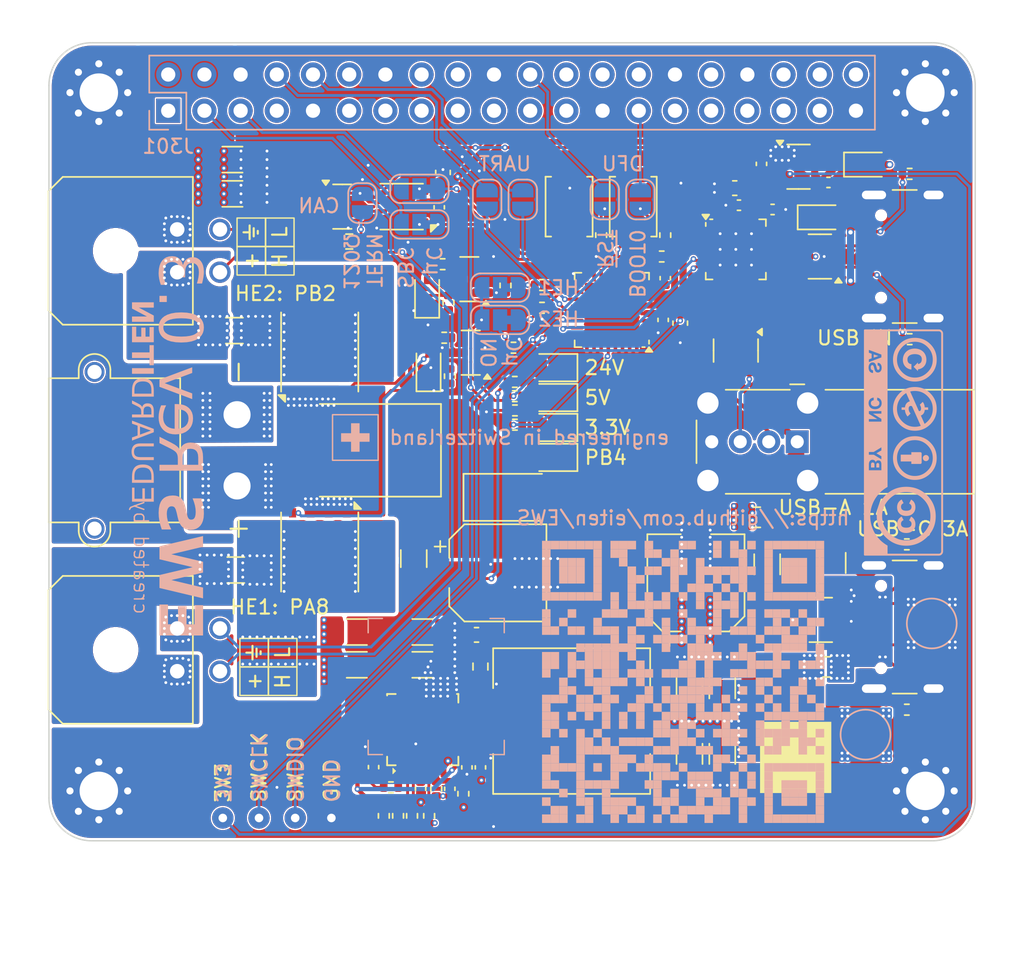
<source format=kicad_pcb>
(kicad_pcb (version 20241229) (generator "pcbnew") (generator_version "9.0")
  (title_block (title "EWS - Power, CANbus and USB HAT for 3D Printers") (date "2025-12-04") (rev "0.1") (company "Eduard Iten") (comment 1 "CC BY-NC-SA 4.0"))
  (layers (0 "F.Cu" signal) (4 "In1.Cu" signal) (6 "In2.Cu" signal) (2 "B.Cu" signal) (13 "F.Paste" user) (15 "B.Paste" user) (5 "F.SilkS" user "F.Silkscreen") (7 "B.SilkS" user "B.Silkscreen") (1 "F.Mask" user) (3 "B.Mask" user) (25 "Edge.Cuts" user))
  (property "PROJEKT_REV" "0.3")
  (net 0 "")
  (net 1 "GND")
  (net 2 "/Power/VCC")
  (net 3 "/Power/SS")
  (net 4 "/Power/EN")
  (net 5 "/Power/~{PGOOD}")
  (net 6 "/Power/T_{ON}")
  (net 7 "/Power/VIN")
  (net 8 "5V")
  (net 9 "/Power/FB")
  (net 10 "/Power/SW")
  (net 11 "/Power/SNB")
  (net 36 "3V3")
  (net 37 "Net-(U302-PF2)")
  (net 38 "Net-(U403-VBUS)")
  (net 39 "Net-(J406-VBUS)")
  (net 41 "Net-(J404-CC1)")
  (net 42 "Net-(J404-CC2)")
  (net 44 "Net-(J405-D--PadA7)")
  (net 45 "Net-(J405-D+-PadA6)")
  (net 46 "Net-(J406-D+)")
  (net 47 "Net-(J406-D-)")
  (net 48 "Net-(JP302-C)")
  (net 49 "Net-(JP303-B)")
  (net 50 "Net-(JP304-A)")
  (net 51 "Net-(JP307-A)")
  (net 52 "Net-(JP401-C)")
  (net 53 "Net-(J301-Pin_27)")
  (net 54 "Net-(J301-Pin_22)")
  (net 55 "/MCU/SWDIO")
  (net 56 "/MCU/SWCLK")
  (net 57 "Net-(J301-Pin_8)")
  (net 58 "Net-(J301-Pin_10)")
  (net 59 "/MCU/uC USART RX")
  (net 60 "/MCU/uC USART TX")
  (net 61 "/MCU/uC FDCAN1 TX")
  (net 62 "/MCU/uC FDCAN1 RX")
  (net 63 "5V_{SYS}")
  (net 64 "Net-(JP401-A)")
  (net 65 "/Connectivity/HE2 GATE")
  (net 66 "V_{EXT}")
  (net 67 "uC USB DP")
  (net 68 "uC USB DN")
  (net 69 "/Connectivity/USB C DP")
  (net 70 "/Connectivity/USB C DN")
  (net 71 "/Connectivity/USB IN DP")
  (net 72 "/Connectivity/USB IN DN")
  (net 73 "/Connectivity/USB A DP")
  (net 74 "/Connectivity/USB A DN")
  (net 75 "CAN L")
  (net 76 "CAN H")
  (net 77 "/Connectivity/1DP")
  (net 78 "/Connectivity/1DN")
  (net 79 "/Connectivity/HE1 GATE")
  (net 80 "24V")
  (net 81 "/MCU/SBC CAN TX")
  (net 82 "/Connectivity/OUT1")
  (net 83 "/Connectivity/OUT2")
  (net 84 "/MCU/SBC CAN RX")
  (net 85 "Net-(Q404-D)")
  (net 86 "Net-(C211-Pad2)")
  (net 87 "Net-(U202-BST)")
  (net 88 "Net-(U302-PB4)")
  (net 90 "Net-(J405-CC1)")
  (net 91 "Net-(J405-CC2)")
  (net 103 "Net-(U202-I_{LIM})")
  (net 116 "Net-(Q403-D)")
  (net 117 "Net-(D406-A)")
  (net 120 "Net-(JP301-C)")
  (net 122 "/Connectivity/OUT1F")
  (net 123 "/Connectivity/OUT2F")
  (net 125 "HE2 ON")
  (net 126 "HE1 ON")
  (net 128 "/Power/AGND")
  (net 129 "Net-(JP402-A)")
  (net 130 "Net-(D201-A)")
  (net 131 "Net-(D202-A)")
  (net 132 "Net-(D203-A)")
  (net 133 "Net-(D301-A)")
  (net 135 "Net-(JP402-C)")
  (footprint "Capacitor_SMD:C_1206_3216Metric" (layer "F.Cu") (at 185 103.5 90)
    (property "Reference" "C405" (hide yes))
    (property "Value" "22u")
  )
  (footprint "Connector_Molex:Molex_Micro-Fit_3.0_43045-0400_2x02_P3.00mm_Horizontal" (layer "F.Cu") (at 139 111.1 90)
    (property "Reference" "J402" (hide yes))
    (property "Value" "MX3.0 2x2")
  )
  (footprint "Capacitor_SMD:C_0603_1608Metric" (layer "F.Cu") (at 174.3 86.675 -90)
    (property "Reference" "C303" (hide yes))
    (property "Value" "10u")
  )
  (footprint "Inductor_SMD:L_APV_APH1050" (layer "F.Cu") (at 166.68 114.6)
    (property "Reference" "L201" (hide yes))
    (property "Value" "3.3uH" (hide yes))
  )
  (footprint "LED_SMD:LED_0805_2012Metric" (layer "F.Cu") (at 165.4 94 180)
    (property "Reference" "D202" (hide yes))
    (property "Value" "YELLOW")
  )
  (footprint "Connector_USB:USB_A_Wuerth_614004134726_Horizontal" (layer "F.Cu") (at 182.51 95 180)
    (property "Reference" "J406" (hide yes))
    (property "Value" "USB-A")
  )
  (footprint "Capacitor_SMD:C_1206_3216Metric" (layer "F.Cu") (at 177.25 116.9 -90)
    (property "Reference" "C217" (hide yes))
    (property "Value" "22u" (hide yes))
  )
  (footprint "Resistor_SMD:R_0402_1005Metric" (layer "F.Cu") (at 162.69 90.8)
    (property "Reference" "R201" (hide yes))
    (property "Value" "22k")
  )
  (footprint "Resistor_SMD:R_0402_1005Metric" (layer "F.Cu") (at 173.25 80.5 -90)
    (property "Reference" "R305" (hide yes))
    (property "Value" "1k")
  )
  (footprint "Button_Switch_SMD:SW_SPST_TS-1088-xR020" (layer "F.Cu") (at 166.5 78.5 -90)
    (property "Reference" "SW301" (hide yes))
    (property "Value" "TS-1088")
  )
  (footprint "Diode_SMD:D_SMC" (layer "F.Cu") (at 152.6 95.6 180)
    (property "Reference" "D403" (hide yes))
    (property "Value" "SS56")
  )
  (footprint "Package_DFN_QFN:QFN-32-1EP_5x5mm_P0.5mm_EP3.45x3.45mm" (layer "F.Cu") (at 169.5 85.75 180)
    (property "Reference" "U302" (hide yes))
    (property "Value" "STM32G0B1KBUx")
  )
  (footprint "Package_SON:HVSON-8-1EP_3x3mm_P0.65mm_EP1.6x2.4mm" (layer "F.Cu") (at 154.75 78.5 180)
    (property "Reference" "U301" (hide yes))
    (property "Value" "TJA1051TK-3")
  )
  (footprint "Package_TO_SOT_SMD:SOT-23" (layer "F.Cu") (at 159.6 88.75 180)
    (property "Reference" "Q403" (hide yes))
    (property "Value" "AO3400A")
  )
  (footprint "Capacitor_SMD:CP_Elec_6.3x7.7" (layer "F.Cu") (at 161.5 104.2)
    (property "Reference" "C201" (hide yes))
    (property "Value" "100u" (hide yes))
  )
  (footprint "Package_TO_SOT_SMD:SOT-23-6" (layer "F.Cu") (at 184.1 82 180)
    (property "Reference" "U402" (hide yes))
    (property "Value" "USBLC6-2SC6")
  )
  (footprint "LED_SMD:LED_0805_2012Metric" (layer "F.Cu") (at 165.4 91.9 180)
    (property "Reference" "D203" (hide yes))
    (property "Value" "YELLOW")
  )
  (footprint "Capacitor_SMD:C_1206_3216Metric" (layer "F.Cu") (at 174.95 112.3 90)
    (property "Reference" "C214" (hide yes))
    (property "Value" "22u" (hide yes))
  )
  (footprint "Resistor_SMD:R_0603_1608Metric" (layer "F.Cu") (at 160.28 110.775 90)
    (property "Reference" "R209" (hide yes))
    (property "Value" "1R")
  )
  (footprint "Resistor_SMD:R_0402_1005Metric" (layer "F.Cu") (at 162.7 93.8)
    (property "Reference" "R301" (hide yes))
    (property "Value" "330R")
  )
  (footprint "Resistor_SMD:R_0402_1005Metric" (layer "F.Cu") (at 157.7375 87.7)
    (property "Reference" "R403" (hide yes))
    (property "Value" "33k")
  )
  (footprint "Resistor_SMD:R_0402_1005Metric" (layer "F.Cu") (at 162.7 92.8)
    (property "Reference" "R202" (hide yes))
    (property "Value" "2k2")
  )
  (footprint "Fuse:Fuse_0805_2012Metric" (layer "F.Cu") (at 184.5625 110.8)
    (property "Reference" "F403" (hide yes))
    (property "Value" "4A")
  )
  (footprint "Diode_SMD:D_SOD-323" (layer "F.Cu") (at 184.15 79.25)
    (property "Reference" "D406" (hide yes))
    (property "Value" "1N5819WS")
  )
  (footprint "Capacitor_SMD:C_1206_3216Metric" (layer "F.Cu") (at 142.875 75.2 180)
    (property "Reference" "C307" (hide yes))
    (property "Value" "22u")
  )
  (footprint "Resistor_SMD:R_0402_1005Metric" (layer "F.Cu") (at 164.6 85.6 180)
    (property "Reference" "R407" (hide yes))
    (property "Value" "1k")
  )
  (footprint "Package_DFN_QFN:AO_DFN-8-1EP_5.55x5.2mm_P1.27mm_EP4.12x4.6mm" (layer "F.Cu") (at 149 88.7 90)
    (property "Reference" "Q402" (hide yes))
    (property "Value" "CJAC70P06")
  )
  (footprint "Package_TO_SOT_SMD:SOT-23" (layer "F.Cu") (at 150.5875 78.5)
    (property "Reference" "D302" (hide yes))
    (property "Value" "PESD1CAN")
  )
  (footprint "Capacitor_SMD:C_0402_1005Metric" (layer "F.Cu") (at 157.3875 78.5475 90)
    (property "Reference" "C305" (hide yes))
    (property "Value" "100n")
  )
  (footprint "Fuse:Fuse_1206_3216Metric_Pad1.42x1.75mm_HandSolder" (layer "F.Cu") (at 143.1125 104 180)
    (property "Reference" "F401" (hide yes))
    (property "Value" "5A")
  )
  (footprint "Resistor_SMD:R_0402_1005Metric" (layer "F.Cu") (at 155.48 121.25 -90)
    (property "Reference" "R207" (hide yes))
    (property "Value" "33k" (hide yes))
  )
  (footprint "Package_DFN_QFN:AO_DFN-8-1EP_5.55x5.2mm_P1.27mm_EP4.12x4.6mm" (layer "F.Cu") (at 149 102.735 -90)
    (property "Reference" "Q401" (hide yes))
    (property "Value" "CJAC70P06")
  )
  (footprint "MountingHole:MountingHole_2.7mm_Pad_Via" (layer "F.Cu") (at 133.5 119.5)
    (property "Reference" "MH103" (hide yes))
    (property "Value" "MountingHole_Pad")
  )
  (footprint "project:NAMED_TEST_POINT" (layer "F.Cu") (at 147.28 121.4 90)
    (property "Reference" "TP302" (hide yes))
    (property "Value" "SWDIO")
  )
  (footprint "Package_TO_SOT_SMD:SOT-23-3" (layer "F.Cu") (at 182.6 75.7)
    (property "Reference" "U201" (hide yes))
    (property "Value" "XC6206P332MR")
  )
  (footprint "Capacitor_SMD:C_0402_1005Metric" (layer "F.Cu") (at 173.25 83.52 -90)
    (property "Reference" "C301" (hide yes))
    (property "Value" "100n")
  )
  (footprint "Capacitor_SMD:C_0402_1005Metric" (layer "F.Cu") (at 152.78 117.83 90)
    (property "Reference" "C211" (hide yes))
    (property "Value" "1u" (hide yes))
  )
  (footprint "Capacitor_SMD:C_1206_3216Metric" (layer "F.Cu") (at 142.875 77.6 180)
    (property "Reference" "C306" (hide yes))
    (property "Value" "22u")
  )
  (footprint "Capacitor_SMD:C_0402_1005Metric" (layer "F.Cu") (at 158.13 119.35 90)
    (property "Reference" "C213" (hide yes))
    (property "Value" "1n" (hide yes))
  )
  (footprint "Diode_SMD:D_SOD-323" (layer "F.Cu") (at 156.6375 89.85 90)
    (property "Reference" "D401" (hide yes))
    (property "Value" "BZT52C15S")
  )
  (footprint "MountingHole:MountingHole_2.7mm_Pad_Via" (layer "F.Cu") (at 191.5 119.5)
    (property "Reference" "MH104" (hide yes))
    (property "Value" "MountingHole_Pad")
  )
  (footprint "MountingHole:MountingHole_2.7mm_Pad_Via" (layer "F.Cu") (at 191.5 70.5)
    (property "Reference" "MH102" (hide yes))
    (property "Value" "MountingHole_Pad")
  )
  (footprint "Capacitor_SMD:C_0402_1005Metric" (layer "F.Cu") (at 159.33 117.85 -90)
    (property "Reference" "C208" (hide yes))
    (property "Value" "100n" (hide yes))
  )
  (footprint "Diode_SMD:D_SMA" (layer "F.Cu") (at 162.6 98.9)
    (property "Reference" "D404" (hide yes))
    (property "Value" "SMAJ26A")
  )
  (footprint "Resistor_SMD:R_0402_1005Metric" (layer "F.Cu") (at 168.75 80.5 -90)
    (property "Reference" "R302" (hide yes))
    (property "Value" "1k")
  )
  (footprint "project:IC_XR76203ELTR-F" (layer "F.Cu") (at 156.23 115.2 90)
    (property "Reference" "U202" (hide yes))
    (property "Value" "XR76208" (hide yes))
  )
  (footprint "Resistor_SMD:R_0402_1005Metric" (layer "F.Cu") (at 162.0375 84.03 -90)
    (property "Reference" "R406" (hide yes))
    (property "Value" "33k")
  )
  (footprint "Capacitor_SMD:C_1206_3216Metric" (layer "F.Cu") (at 151.605 110.65 180)
    (property "Reference" "C205" (hide yes))
    (property "Value" "10u" (hide yes))
  )
  (footprint "Fuse:Fuse_0805_2012Metric" (layer "F.Cu") (at 179.6625 100.3)
    (property "Reference" "F404" (hide yes))
    (property "Value" "1.5A")
  )
  (footprint "Capacitor_SMD:C_1206_3216Metric" (layer "F.Cu") (at 180.4 103.6 -90)
    (property "Reference" "C406" (hide yes))
    (property "Value" "22u")
  )
  (footprint "Fuse:Fuse_1206_3216Metric_Pad1.42x1.75mm_HandSolder" (layer "F.Cu") (at 155.6 103.2 90)
    (property "Reference" "F201" (hide yes))
    (property "Value" "3A")
  )
  (footprint "Capacitor_SMD:C_1206_3216Metric" (layer "F.Cu") (at 151.605 108.35 180)
    (property "Reference" "C202" (hide yes))
    (property "Value" "10u" (hide yes))
  )
  (footprint "Resistor_SMD:R_0402_1005Metric" (layer "F.Cu") (at 159.08 119.7 -90)
    (property "Reference" "R211" (hide yes))
    (property "Value" "2k" (hide yes))
  )
  (footprint "Capacitor_SMD:C_0402_1005Metric" (layer "F.Cu") (at 156.08 119.35 -90)
    (property "Reference" "C210" (hide yes))
    (property "Value" "100n" (hide yes))
  )
  (footprint "Resistor_SMD:R_0402_1005Metric" (layer "F.Cu") (at 157.18 119.35 90)
    (property "Reference" "R210" (hide yes))
    (property "Value" "15k" (hide yes))
  )
  (footprint "MountingHole:MountingHole_2.7mm_Pad_Via" (layer "F.Cu") (at 133.5 70.5)
    (property "Reference" "MH101" (hide yes))
    (property "Value" "MountingHole_Pad")
  )
  (footprint "Button_Switch_SMD:SW_SPST_TS-1088-xR020" (layer "F.Cu") (at 171 78.5 -90)
    (property "Reference" "SW302" (hide yes))
    (property "Value" "TS-1088")
  )
  (footprint "Capacitor_SMD:C_0402_1005Metric" (layer "F.Cu") (at 180.78 78.7)
    (property "Reference" "C401" (hide yes))
    (property "Value" "100n")
  )
  (footprint "Capacitor_SMD:C_0402_1005Metric" (layer "F.Cu") (at 173.1 86.45 90)
    (property "Reference" "C302" (hide yes))
    (property "Value" "100n")
  )
  (footprint "NetTie:NetTie-2_SMD_Pad0.5mm" (layer "F.Cu") (at 156.25 116.2)
    (property "Reference" "NT201" (hide yes))
    (property "Value" "NetTie_2" (hide yes))
  )
  (footprint "Resistor_SMD:R_0402_1005Metric" (layer "F.Cu") (at 173 82 180)
    (property "Reference" "R303" (hide yes))
    (property "Value" "10k")
  )
  (footprint "Resistor_SMD:R_0402_1005Metric" (layer "F.Cu") (at 157.6275 82.54)
    (property "Reference" "R404" (hide yes))
    (property "Value" "33k")
  )
  (footprint "Package_TO_SOT_SMD:SOT-23-6" (layer "F.Cu") (at 184.1625 107.5)
    (property "Reference" "U403" (hide yes))
    (property "Value" "USBLC6-2SC6")
  )
  (footprint "Resistor_SMD:R_0402_1005Metric" (layer "F.Cu") (at 190.2 113.8 180)
    (property "Reference" "R411" (hide yes))
    (property "Value" "10k")
  )
  (footprint "Diode_SMD:D_SOD-323" (layer "F.Cu") (at 187.4 75.55)
    (property "Reference" "D405" (hide yes))
    (property "Value" "1N5819WS")
  )
  (footprint "Resistor_SMD:R_0402_1005Metric" (layer "F.Cu") (at 156.68 121.25 90)
    (property "Reference" "R206" (hide yes))
    (property "Value" "10k" (hide yes))
  )
  (footprint "Package_TO_SOT_SMD:SOT-23" (layer "F.Cu") (at 159.5 83.59 180)
    (property "Reference" "Q404" (hide yes))
    (property "Value" "AO3400A")
  )
  (footprint "Resistor_SMD:R_0402_1005Metric" (layer "F.Cu") (at 190.2 102.2 180)
    (property "Reference" "R412" (hide yes))
    (property "Value" "10k")
  )
  (footprint "Diode_SMD:D_SOD-323" (layer "F.Cu") (at 156.5375 84.69 90)
    (property "Reference" "D402" (hide yes))
    (property "Value" "BZT52C15S")
  )
  (footprint "Resistor_SMD:R_0402_1005Metric" (layer "F.Cu") (at 190.4 87.8)
    (property "Reference" "R409" (hide yes))
    (property "Value" "5k1")
  )
  (footprint "Capacitor_SMD:C_1206_3216Metric" (layer "F.Cu") (at 177.25 112.3 90)
    (property "Reference" "C215" (hide yes))
    (property "Value" "22u" (hide yes))
  )
  (footprint "Connector_AMASS:AMASS_XT30PW-M_1x02_P2.50mm_Horizontal" (layer "F.Cu") (at 143.2 93.1 90)
    (property "Reference" "J401" (hide yes))
    (property "Value" "XT30")
  )
  (footprint "Resistor_SMD:R_0402_1005Metric" (layer "F.Cu") (at 158.1375 90.4 90)
    (property "Reference" "R401" (hide yes))
    (property "Value" "33k")
  )
  (footprint "Resistor_SMD:R_0402_1005Metric" (layer "F.Cu") (at 162.69 91.8)
    (property "Reference" "R203" (hide yes))
    (property "Value" "1k")
  )
  (footprint "Connector_USB:USB_C_Receptacle_GCT_USB4105-xx-A_16P_TopMnt_Horizontal" (layer "F.Cu") (at 191 108 90)
    (property "Reference" "J405" (hide yes))
    (property "Value" "USB-C")
  )
  (footprint "Resistor_SMD:R_0402_1005Metric" (layer "F.Cu") (at 164.6 84 180)
    (property "Reference" "R408" (hide yes))
    (property "Value" "1k")
  )
  (footprint "Package_DFN_QFN:QFN-24-1EP_4x4mm_P0.5mm_EP2.7x2.7mm_ThermalVias" (layer "F.Cu") (at 178.2 81.5)
    (property "Reference" "U401" (hide yes))
    (property "Value" "CH334F")
  )
  (footprint "LED_SMD:LED_0805_2012Metric" (layer "F.Cu") (at 165.4 96.1 180)
    (property "Reference" "D301" (hide yes))
    (property "Value" "GREEN")
  )
  (footprint "Resistor_SMD:R_0402_1005Metric" (layer "F.Cu") (at 190.4 76.2)
    (property "Reference" "R410" (hide yes))
    (property "Value" "5k1")
  )
  (footprint "Capacitor_SMD:C_1206_3216Metric" (layer "F.Cu") (at 156.205 108.35)
    (property "Reference" "C206" (hide yes))
    (property "Value" "10u")
  )
  (footprint "Resistor_SMD:R_0402_1005Metric" (layer "F.Cu") (at 162.6 88.4 180)
    (property "Reference" "R405" (hide yes))
    (property "Value" "33k")
  )
  (footprint "Capacitor_SMD:C_0603_1608Metric" (layer "F.Cu") (at 160.005 108.55 180)
    (property "Reference" "C212" (hide yes))
    (property "Value" "220p")
  )
  (footprint "project:NAMED_TEST_POINT" (layer "F.Cu") (at 142.2 121.4 90)
    (property "Reference" "TP201" (hide yes))
    (property "Value" "3V3")
  )
  (footprint "Capacitor_SMD:C_1206_3216Metric" (layer "F.Cu") (at 174.95 116.9 -90)
    (property "Reference" "C216" (hide yes))
    (property "Value" "22u" (hide yes))
  )
  (footprint "Capacitor_SMD:CP_Elec_6.3x7.7" (layer "F.Cu") (at 175.4 104.9 90)
    (property "Reference" "C403" (hide yes))
    (property "Value" "100u")
  )
  (footprint "Connector_Molex:Molex_Micro-Fit_3.0_43045-0400_2x02_P3.00mm_Horizontal" (layer "F.Cu") (at 139 83.1 90)
    (property "Reference" "J403" (hide yes))
    (property "Value" "MX3.0 2x2")
  )
  (footprint "Resistor_SMD:R_0402_1005Metric" (layer "F.Cu") (at 154 119.25)
    (property "Reference" "R208" (hide yes))
    (property "Value" "5k1" (hide yes))
  )
  (footprint "Resistor_SMD:R_0402_1005Metric" (layer "F.Cu") (at 158.0375 85.24 90)
    (property "Reference" "R402" (hide yes))
    (property "Value" "33k")
  )
  (footprint "project:NAMED_TEST_POINT" (layer "F.Cu") (at 149.82 121.4 90)
    (property "Reference" "TP301" (hide yes))
    (property "Value" "GND")
  )
  (footprint "Capacitor_SMD:C_0402_1005Metric" (layer "F.Cu") (at 160.28 117.85 -90)
    (property "Reference" "C209" (hide yes))
    (property "Value" "4u7" (hide yes))
  )
  (footprint "LED_SMD:LED_0805_2012Metric" (layer "F.Cu") (at 165.4 89.8 180)
    (property "Reference" "D201" (hide yes))
    (property "Value" "YELLOW")
  )
  (footprint "Capacitor_SMD:C_1206_3216Metric" (layer "F.Cu") (at 156.205 110.65)
    (property "Reference" "C204" (hide yes))
    (property "Value" "10u")
  )
  (footprint "Connector_USB:USB_C_Receptacle_GCT_USB4105-xx-A_16P_TopMnt_Horizontal" (layer "F.Cu") (at 191 82 90)
    (property "Reference" "J404" (hide yes))
    (property "Value" "USB-C")
  )
  (footprint "Capacitor_SMD:C_0402_1005Metric" (layer "F.Cu") (at 184.7 76.8 180)
    (property "Reference" "C203" (hide yes))
    (property "Value" "1u")
  )
  (footprint "Resistor_SMD:R_0402_1005Metric" (layer "F.Cu") (at 154.5 121.25 -90)
    (property "Reference" "R205" (hide yes))
    (property "Value" "2k2")
  )
  (footprint "project:NAMED_TEST_POINT" (layer "F.Cu") (at 144.74 121.4 90)
    (property "Reference" "TP303" (hide yes))
    (property "Value" "SWCLK")
  )
  (footprint "Capacitor_SMD:C_0603_1608Metric" (layer "F.Cu") (at 178.125 77.2 180)
    (property "Reference" "C402" (hide yes))
    (property "Value" "10u")
  )
  (footprint "Package_TO_SOT_SMD:SOT-23-6" (layer "F.Cu") (at 178.2 88.6 -90)
    (property "Reference" "U404" (hide yes))
    (property "Value" "USBLC6-2SC6")
  )
  (footprint "Capacitor_SMD:C_0603_1608Metric" (layer "F.Cu") (at 157.65 76.1 90)
    (property "Reference" "C304" (hide yes))
    (property "Value" "10u")
  )
  (footprint "Resistor_SMD:R_0402_1005Metric" (layer "F.Cu") (at 153.5 121.25 90)
    (property "Reference" "R204" (hide yes))
    (property "Value" "100k" (hide yes))
  )
  (footprint "Resistor_SMD:R_0603_1608Metric" (layer "F.Cu") (at 151.075 80.95 180)
    (property "Reference" "R304" (hide yes))
    (property "Value" "120R")
  )
  (footprint "Fuse:Fuse_1206_3216Metric_Pad1.42x1.75mm_HandSolder" (layer "F.Cu") (at 143.0125 87.2 180)
    (property "Reference" "F402" (hide yes))
    (property "Value" "5A")
  )
  (footprint "Capacitor_SMD:C_0402_1005Metric" (layer "F.Cu") (at 180 75.5 -90)
    (property "Reference" "C207" (hide yes))
    (property "Value" "1u")
  )
  (footprint "Capacitor_SMD:C_0402_1005Metric" (layer "F.Cu") (at 178.42 78.4 180)
    (property "Reference" "C404" (hide yes))
    (property "Value" "100n")
  )
  (footprint "Jumper:SolderJumper-2_P1.3mm_Open_RoundedPad1.0x1.5mm" (layer "B.Cu") (at 163.25 78 90)
    (property "Reference" "JP305" (hide yes))
    (property "Value" "~")
  )
  (footprint "Jumper:SolderJumper-2_P1.3mm_Open_RoundedPad1.0x1.5mm" (layer "B.Cu") (at 152 78.25 -90)
    (property "Reference" "JP303" (hide yes))
    (property "Value" "~")
  )
  (footprint "project:SolderJumper-3_P1.3mm_Bridged12_RoundedPad1.0x1.5mm_custom" (layer "B.Cu") (at 156 77.25 180)
    (property "Reference" "JP301" (hide yes))
    (property "Value" "~")
  )
  (footprint "project:SolderJumper-3_P1.3mm_Bridged12_RoundedPad1.0x1.5mm_custom" (layer "B.Cu") (at 161.6575 86.448641 180)
    (property "Reference" "JP401" (hide yes))
    (property "Value" "~")
  )
  (footprint "TestPoint:TestPoint_Pad_D3.0mm" (layer "B.Cu") (at 187.3 115.55 90)
    (property "Reference" "TP202" (hide yes))
    (property "Value" "5V")
  )
  (footprint "Connector_PinSocket_2.54mm:PinSocket_2x20_P2.54mm_Vertical" (layer "B.Cu") (at 138.37 71.77 -90)
    (property "Reference" "J301")
    (property "Value" "GPIO")
  )
  (footprint "Jumper:SolderJumper-2_P1.3mm_Open_RoundedPad1.0x1.5mm" (layer "B.Cu") (at 169 78 90)
    (property "Reference" "JP304" (hide yes))
    (property "Value" "~")
  )
  (footprint "project:http___github.com_eiten_EWS" (layer "B.Cu") (at 174.5 111.85 180)
    (property "Reference" "LABEL103" (hide yes))
    (property "Value" "https://github.com/eiten/EWS")
  )
  (footprint "Jumper:SolderJumper-2_P1.3mm_Open_RoundedPad1.0x1.5mm" (layer "B.Cu") (at 160.75 78 90)
    (property "Reference" "JP306" (hide yes))
    (property "Value" "~")
  )
  (footprint "project:HeatSink_9x9x5" (layer "B.Cu") (at 157.15 112.15 -90)
    (property "Reference" "HS201" (hide yes))
    (property "Value" "Heatsink" (hide yes))
  )
  (footprint "project:EduardIten" (layer "B.Cu") (at 136.45 98.55 90)
    (property "Reference" "LABEL102" (hide yes))
    (property "Value" "CREATED BY")
  )
  (footprint "project:SolderJumper-3_P1.3mm_Bridged12_RoundedPad1.0x1.5mm_custom" (layer "B.Cu") (at 156 79.75 180)
    (property "Reference" "JP302" (hide yes))
    (property "Value" "~")
  )
  (footprint "project:EWS Rev. 1.0" (layer "B.Cu") (at 139 97.95 90)
    (property "Reference" "LABEL101" (hide yes))
    (property "Value" "PCB  NAME")
  )
  (footprint "project:SolderJumper-3_P1.3mm_Bridged12_RoundedPad1.0x1.5mm_custom" (layer "B.Cu") (at 161.6575 84.183641 180)
    (property "Reference" "JP402" (hide yes))
    (property "Value" "~")
  )
  (footprint "Jumper:SolderJumper-2_P1.3mm_Open_RoundedPad1.0x1.5mm" (layer "B.Cu") (at 171.5 78 90)
    (property "Reference" "JP307" (hide yes))
    (property "Value" "~")
  )
  (footprint "TestPoint:TestPoint_Pad_D3.0mm" (layer "B.Cu") (at 191.95 107.75 180)
    (property "Reference" "TP203" (hide yes))
    (property "Value" "GND")
  )
  (footprint "project:CC_BY_NC_SA 4" (layer "B.Cu") (at 190.8 100.75 90)
    (property "Reference" "LABEL104" (hide yes))
    (property "Value" "LICENSE")
  )
  (footprint "project:Switzerland" (layer "B.Cu") (at 151.5 94.7 180)
    (property "Reference" "LABEL105" (hide yes))
    (property "Value" "SWITZERLAND" (hide yes))
  )
  (gr_rect (start 145.2 79.3) (end 147.2 81.3) (stroke (width 0.1)) (fill no) (layer "F.SilkS"))
  (gr_rect (start 145.4 108.8) (end 147.4 110.8) (stroke (width 0.1)) (fill no) (layer "F.SilkS"))
  (gr_rect (start 179.9 114.65) (end 184.9 119.65) (fill yes) (layer "F.SilkS"))
  (gr_rect (start 143.2 81.3) (end 145.2 83.3) (stroke (width 0.1)) (fill no) (layer "F.SilkS"))
  (gr_rect (start 143.4 110.8) (end 145.4 112.8) (stroke (width 0.1)) (fill no) (layer "F.SilkS"))
  (gr_rect (start 145.2 81.3) (end 147.2 83.3) (stroke (width 0.1)) (fill no) (layer "F.SilkS"))
  (gr_rect (start 145.4 110.8) (end 147.4 112.8) (stroke (width 0.1)) (fill no) (layer "F.SilkS"))
  (gr_rect (start 143.2 79.3) (end 145.2 81.3) (stroke (width 0.1)) (fill no) (layer "F.SilkS"))
  (gr_rect (start 143.4 108.8) (end 145.4 110.8) (stroke (width 0.1)) (fill no) (layer "F.SilkS"))
  (gr_arc (start 195 120) (mid 194.12132 122.12132) (end 192 123) (stroke (width 0.1)) (layer "Edge.Cuts"))
  (gr_line (start 192 67) (end 133 67) (stroke (width 0.1)) (layer "Edge.Cuts"))
  (gr_line (start 195 120) (end 195 70) (stroke (width 0.1)) (layer "Edge.Cuts"))
  (gr_arc (start 192 67) (mid 194.12132 67.87868) (end 195 70) (stroke (width 0.1)) (layer "Edge.Cuts"))
  (gr_arc (start 133 123) (mid 130.87868 122.12132) (end 130 120) (stroke (width 0.1)) (layer "Edge.Cuts"))
  (gr_line (start 133 123) (end 192 123) (stroke (width 0.1)) (layer "Edge.Cuts"))
  (gr_arc (start 130 70) (mid 130.87868 67.87868) (end 133 67) (stroke (width 0.1)) (layer "Edge.Cuts"))
  (gr_line (start 130 70) (end 130 120) (stroke (width 0.1)) (layer "Edge.Cuts"))
  (gr_text "H" (at 146.2 82.3 90) (layer "F.SilkS") (effects (font (size 1 1))))
  (gr_text "⏚" (at 144.4 109.8 90) (layer "F.SilkS") (effects (font (size 1 1))))
  (gr_text "HE1: PA8" (at 146.2 106.6 0) (layer "F.SilkS") (effects (font (size 1 1))))
  (gr_text "USB-A 1A" (at 181.1 100.2 0) (layer "F.SilkS") (effects (font (size 1 1)) (justify left bottom)))
  (gr_text "⏚" (at 144.2 80.3 90) (layer "F.SilkS") (effects (font (size 1 1))))
  (gr_text "+" (at 144.4 111.8 90) (layer "F.SilkS") (effects (font (size 1 1))))
  (gr_text "L" (at 146.4 109.8 90) (layer "F.SilkS") (effects (font (size 1 1))))
  (gr_text "3.3V" (at 167.5 94 0) (layer "F.SilkS") (effects (font (size 1 1)) (justify left)))
  (gr_text "USB IN" (at 183.8 88.3 0) (layer "F.SilkS") (effects (font (size 1 1)) (justify left bottom)))
  (gr_text "L" (at 146.2 80.3 90) (layer "F.SilkS") (effects (font (size 1 1))))
  (gr_text "24V" (at 167.5 89.8 0) (layer "F.SilkS") (effects (font (size 1 1)) (justify left)))
  (gr_text "5V" (at 167.5 91.9 0) (layer "F.SilkS") (effects (font (size 1 1)) (justify left)))
  (gr_text "H" (at 146.4 111.8 90) (layer "F.SilkS") (effects (font (size 1 1))))
  (gr_text "USB-C 3A" (at 186.6 101.7 0) (layer "F.SilkS") (effects (font (size 1 1)) (justify left bottom)))
  (gr_text "HE2: PB2" (at 146.6 84.6 0) (layer "F.SilkS") (effects (font (size 1 1))))
  (gr_text "+" (at 144.2 82.3 90) (layer "F.SilkS") (effects (font (size 1 1))))
  (gr_text "PB4" (at 167.5 96.1 0) (layer "F.SilkS") (effects (font (size 1 1)) (justify left)))
  (gr_text "CAN" (at 150.5 78.439664 0) (layer "B.SilkS") (effects (font (size 1 1)) (justify left mirror)))
  (gr_text "TERM\n120Ω" (at 152 80.25 270) (layer "B.SilkS") (effects (font (size 1 1)) (justify right mirror)))
  (gr_text "~{RST}" (at 169 80 270) (layer "B.SilkS") (effects (font (size 1 1)) (justify right mirror)))
  (gr_text "BOOT0" (at 171.25 80 270) (layer "B.SilkS") (effects (font (size 1 1)) (justify right mirror)))
  (gr_text "μC" (at 157 81.2 270) (layer "B.SilkS") (effects (font (size 1 1)) (justify right mirror)))
  (gr_text "μC" (at 162.6 87.6 270) (layer "B.SilkS") (effects (font (size 1 1)) (justify right mirror)))
  (gr_text "DFU" (at 170.25 75.5 -0) (layer "B.SilkS") (effects (font (size 1 1)) (justify mirror)))
  (gr_text "HE1" (at 164.2 84.2 0) (layer "B.SilkS") (effects (font (size 1 1)) (justify right mirror)))
  (gr_text "UART" (at 162 75.5 -0) (layer "B.SilkS") (effects (font (size 1 1)) (justify mirror)))
  (gr_text "ON" (at 160.8 87.6 270) (layer "B.SilkS") (effects (font (size 1 1)) (justify right mirror)))
  (gr_text "HE2" (at 164.2 86.4 0) (layer "B.SilkS") (effects (font (size 1 1)) (justify right mirror)))
  (gr_text "SBC" (at 155 81.2 270) (layer "B.SilkS") (effects (font (size 1 1)) (justify right mirror)))
  (segment (start 177.95 78.45) (end 178 78.4) (width 0.25) (layer "F.Cu") (net 1))
  (via (at 190.3 109.05) (size 0.4) (drill 0.2) (layers "F.Cu" "B.Cu") (net 1))
  (via (at 172.75 87.35) (size 0.4) (drill 0.2) (layers "F.Cu" "B.Cu") (net 1))
  (via (at 145.3 75.8) (size 0.4) (drill 0.2) (layers "F.Cu" "B.Cu") (net 1))
  (via (at 174.6 110.1) (size 0.4) (drill 0.2) (layers "F.Cu" "B.Cu") (net 1))
  (via (at 163.2 103.2) (size 0.4) (drill 0.2) (layers "F.Cu" "B.Cu") (net 1))
  (via (at 162.7 103.2) (size 0.4) (drill 0.2) (layers "F.Cu" "B.Cu") (net 1))
  (via (at 174.4 103.2) (size 0.4) (drill 0.2) (layers "F.Cu" "B.Cu") (net 1))
  (via (at 146 119.25) (size 0.4) (drill 0.2) (layers "F.Cu" "B.Cu") (net 1))
  (via (at 158.48 110.75) (size 0.4) (drill 0.2) (layers "F.Cu" "B.Cu") (net 1))
  (via (at 145.5 92.6) (size 0.4) (drill 0.2) (layers "F.Cu" "B.Cu") (net 1))
  (via (at 149.3 110.3) (size 0.4) (drill 0.2) (layers "F.Cu" "B.Cu") (net 1))
  (via (at 149.3 110.8) (size 0.4) (drill 0.2) (layers "F.Cu" "B.Cu") (net 1))
  (via (at 156.8 110.4) (size 0.4) (drill 0.2) (layers "F.Cu" "B.Cu") (net 1))
  (via (at 158.48 110.25) (size 0.4) (drill 0.2) (layers "F.Cu" "B.Cu") (net 1))
  (via (at 145.3 74.6) (size 0.4) (drill 0.2) (layers "F.Cu" "B.Cu") (net 1))
  (via (at 139.8 80.9) (size 0.4) (drill 0.2) (layers "F.Cu" "B.Cu") (net 1))
  (via (at 140.8 93.1) (size 0.4) (drill 0.2) (layers "F.Cu" "B.Cu") (net 1))
  (via (at 184.4 82) (size 0.4) (drill 0.2) (layers "F.Cu" "B.Cu") (net 1))
  (via (at 177.6 110.1) (size 0.4) (drill 0.2) (layers "F.Cu" "B.Cu") (net 1))
  (via (at 149.3 111.8) (size 0.4) (drill 0.2) (layers "F.Cu" "B.Cu") (net 1))
  (via (at 152.2 116.4) (size 0.4) (drill 0.2) (layers "F.Cu" "B.Cu") (net 1))
  (via (at 158.6 112.4) (size 0.4) (drill 0.2) (layers "F.Cu" "B.Cu") (net 1))
  (via (at 175.1 119.1) (size 0.4) (drill 0.2) (layers "F.Cu" "B.Cu") (net 1))
  (via (at 182.2 107.5) (size 0.4) (drill 0.2) (layers "F.Cu" "B.Cu") (net 1))
  (via (at 145.3 78.2) (size 0.4) (drill 0.2) (layers "F.Cu" "B.Cu") (net 1))
  (via (at 176.4 102.7) (size 0.4) (drill 0.2) (layers "F.Cu" "B.Cu") (net 1))
  (via (at 155.6 85.8) (size 0.4) (drill 0.2) (layers "F.Cu" "B.Cu") (net 1))
  (via (at 162 79.4) (size 0.4) (drill 0.2) (layers "F.Cu" "B.Cu") (net 1))
  (via (at 181 74.3) (size 0.4) (drill 0.2) (layers "F.Cu" "B.Cu") (net 1))
  (via (at 174.4 101.7) (size 0.4) (drill 0.2) (layers "F.Cu" "B.Cu") (net 1))
  (via (at 139.4 81) (size 0.4) (drill 0.2) (layers "F.Cu" "B.Cu") (net 1))
  (via (at 156.8 89.8) (size 0.4) (drill 0.2) (layers "F.Cu" "B.Cu") (net 1))
  (via (at 152.4 75.6) (size 0.4) (drill 0.2) (layers "F.Cu" "B.Cu") (net 1))
  (via (at 138.6 81) (size 0.4) (drill 0.2) (layers "F.Cu" "B.Cu") (net 1))
  (via (at 163.2 105.2) (size 0.4) (drill 0.2) (layers "F.Cu" "B.Cu") (net 1))
  (via (at 165.2 105.2) (size 0.4) (drill 0.2) (layers "F.Cu" "B.Cu") (net 1))
  (via (at 138.1 80.5) (size 0.4) (drill 0.2) (layers "F.Cu" "B.Cu") (net 1))
  (via (at 193.6 106.05) (size 0.4) (drill 0.2) (layers "F.Cu" "B.Cu") (net 1))
  (via (at 181.45 75.25) (size 0.4) (drill 0.2) (layers "F.Cu" "B.Cu") (net 1))
  (via (at 145.3 77) (size 0.4) (drill 0.2) (layers "F.Cu" "B.Cu") (net 1))
  (via (at 153 80) (size 0.4) (drill 0.2) (layers "F.Cu" "B.Cu") (net 1))
  (via (at 149.3 109) (size 0.4) (drill 0.2) (layers "F.Cu" "B.Cu") (net 1))
  (via (at 174.35 76.85) (size 0.4) (drill 0.2) (layers "F.Cu" "B.Cu") (net 1))
  (via (at 138.1 108.5) (size 0.4) (drill 0.2) (layers "F.Cu" "B.Cu") (net 1))
  (via (at 145.1 93.1) (size 0.4) (drill 0.2) (layers "F.Cu" "B.Cu") (net 1))
  (via (at 165.2 103.2) (size 0.4) (drill 0.2) (layers "F.Cu" "B.Cu") (net 1))
  (via (at 139.4 109) (size 0.4) (drill 0.2) (layers "F.Cu" "B.Cu") (net 1))
  (via (at 140.8 92.1) (size 0.4) (drill 0.2) (layers "F.Cu" "B.Cu") (net 1))
  (via (at 177.1 119.1) (size 0.4) (drill 0.2) (layers "F.Cu" "B.Cu") (net 1))
  (via (at 155 84) (size 0.4) (drill 0.2) (layers "F.Cu" "B.Cu") (net 1))
  (via (at 165.7 105.2) (size 0.4) (drill 0.2) (layers "F.Cu" "B.Cu") (net 1))
  (via (at 176.4 103.7) (size 0.4) (drill 0.2) (layers "F.Cu" "B.Cu") (net 1))
  (via (at 145.1 94.6) (size 0.4) (drill 0.2) (layers "F.Cu" "B.Cu") (net 1))
  (via (at 140.8 91.6) (size 0.4) (drill 0.2) (layers "F.Cu" "B.Cu") (net 1))
  (via (at 162.7 105.2) (size 0.4) (drill 0.2) (layers "F.Cu" "B.Cu") (net 1))
  (via (at 174.4 101.2) (size 0.4) (drill 0.2) (layers "F.Cu" "B.Cu") (net 1))
  (via (at 145.5 93.1) (size 0.4) (drill 0.2) (layers "F.Cu" "B.Cu") (net 1))
  (via (at 161.4 112) (size 0.4) (drill 0.2) (layers "F.Cu" "B.Cu") (net 1))
  (via (at 160.6 88.4) (size 0.4) (drill 0.2) (layers "F.Cu" "B.Cu") (net 1))
  (via (at 181.9 74.3) (size 0.4) (drill 0.2) (layers "F.Cu" "B.Cu") (net 1))
  (via (at 141.3 94.1) (size 0.4) (drill 0.2) (layers "F.Cu" "B.Cu") (net 1))
  (via (at 160.2 76) (size 0.4) (drill 0.2) (layers "F.Cu" "B.Cu") (net 1))
  (via (at 149.3 108) (size 0.4) (drill 0.2) (layers "F.Cu" "B.Cu") (net 1))
  (via (at 180.65 74.95) (size 0.4) (drill 0.2) (layers "F.Cu" "B.Cu") (net 1))
  (via (at 190.7 109.45) (size 0.4) (drill 0.2) (layers "F.Cu" "B.Cu") (net 1))
  (via (at 141.3 93.6) (size 0.4) (drill 0.2) (layers "F.Cu" "B.Cu") (net 1))
  (via (at 164.7 105.2) (size 0.4) (drill 0.2) (layers "F.Cu" "B.Cu") (net 1))
  (via (at 174.1 119.1) (size 0.4) (drill 0.2) (layers "F.Cu" "B.Cu") (net 1))
  (via (at 145.5 94.1) (size 0.4) (drill 0.2) (layers "F.Cu" "B.Cu") (net 1))
  (via (at 190.3 106.45) (size 0.4) (drill 0.2) (layers "F.Cu" "B.Cu") (net 1))
  (via (at 190.7 109.05) (size 0.4) (drill 0.2) (layers "F.Cu" "B.Cu") (net 1))
  (via (at 177.5 78.4) (size 0.4) (drill 0.2) (layers "F.Cu" "B.Cu") (net 1))
  (via (at 178.1 110.1) (size 0.4) (drill 0.2) (layers "F.Cu" "B.Cu") (net 1))
  (via (at 139.9 108.5) (size 0.4) (drill 0.2) (layers "F.Cu" "B.Cu") (net 1))
  (via (at 145.5 94.6) (size 0.4) (drill 0.2) (layers "F.Cu" "B.Cu") (net 1))
  (via (at 145.1 93.6) (size 0.4) (drill 0.2) (layers "F.Cu" "B.Cu") (net 1))
  (via (at 166.55 77.2) (size 0.4) (drill 0.2) (layers "F.Cu" "B.Cu") (net 1))
  (via (at 141.3 91.6) (size 0.4) (drill 0.2) (layers "F.Cu" "B.Cu") (net 1))
  (via (at 168.4 82) (size 0.4) (drill 0.2) (layers "F.Cu" "B.Cu") (net 1))
  (via (at 190.3 106.05) (size 0.4) (drill 0.2) (layers "F.Cu" "B.Cu") (net 1))
  (via (at 138.1 107.7) (size 0.4) (drill 0.2) (layers "F.Cu" "B.Cu") (net 1))
  (via (at 149.3 111.3) (size 0.4) (drill 0.2) (layers "F.Cu" "B.Cu") (net 1))
  (via (at 190.7 106.45) (size 0.4) (drill 0.2) (layers "F.Cu" "B.Cu") (net 1))
  (via (at 174.4 102.7) (size 0.4) (drill 0.2) (layers "F.Cu" "B.Cu") (net 1))
  (via (at 158.48 109.25) (size 0.4) (drill 0.2) (layers "F.Cu" "B.Cu") (net 1))
  (via (at 158.48 107.75) (size 0.4) (drill 0.2) (layers "F.Cu" "B.Cu") (net 1))
  (via (at 143.475 75.8) (size 0.4) (drill 0.2) (layers "F.Cu" "B.Cu") (net 1))
  (via (at 145.3 77.6) (size 0.4) (drill 0.2) (layers "F.Cu" "B.Cu") (net 1))
  (via (at 145.5 91.6) (size 0.4) (drill 0.2) (layers "F.Cu" "B.Cu") (net 1))
  (via (at 190.3 109.45) (size 0.4) (drill 0.2) (layers "F.Cu" "B.Cu") (net 1))
  (via (at 156.4 111.2) (size 0.4) (drill 0.2) (layers "F.Cu" "B.Cu") (net 1))
  (via (at 143.475 75.2) (size 0.4) (drill 0.2) (layers "F.Cu" "B.Cu") (net 1))
  (via (at 158.48 109.75) (size 0.4) (drill 0.2) (layers "F.Cu" "B.Cu") (net 1))
  (via (at 138.2 108.9) (size 0.4) (drill 0.2) (layers "F.Cu" "B.Cu") (net 1))
  (via (at 139.4 79.2) (size 0.4) (drill 0.2) (layers "F.Cu" "B.Cu") (net 1))
  (via (at 174.6 119.1) (size 0.4) (drill 0.2) (layers "F.Cu" "B.Cu") (net 1))
  (via (at 161.2 82) (size 0.4) (drill 0.2) (layers "F.Cu" "B.Cu") (net 1))
  (via (at 175.6 119.1) (size 0.4) (drill 0.2) (layers "F.Cu" "B.Cu") (net 1))
  (via (at 156.8 111.2) (size 0.4) (drill 0.2) (layers "F.Cu" "B.Cu") (net 1))
  (via (at 149.3 108.5) (size 0.4) (drill 0.2) (layers "F.Cu" "B.Cu") (net 1))
  (via (at 139 79.2) (size 0.4) (drill 0.2) (layers "F.Cu" "B.Cu") (net 1))
  (via (at 159.33 118.33) (size 0.4) (drill 0.2) (layers "F.Cu" "B.Cu") (net 1))
  (via (at 145.3 76.4) (size 0.4) (drill 0.2) (layers "F.Cu" "B.Cu") (net 1))
  (via (at 139 81) (size 0.4) (drill 0.2) (layers "F.Cu" "B.Cu") (net 1))
  (via (at 138.1 79.7) (size 0.4) (drill 0.2) (layers "F.Cu" "B.Cu") (net 1))
  (via (at 176.4 101.2) (size 0.4) (drill 0.2) (layers "F.Cu" "B.Cu") (net 1))
  (via (at 164.2 105.2) (size 0.4) (drill 0.2) (layers "F.Cu" "B.Cu") (net 1))
  (via (at 174.1 110.1) (size 0.4) (drill 0.2) (layers "F.Cu" "B.Cu") (net 1))
  (via (at 174.3 88.05) (size 0.4) (drill 0.2) (layers "F.Cu" "B.Cu") (net 1))
  (via (at 157.6 91.4) (size 0.4) (drill 0.2) (layers "F.Cu" "B.Cu") (net 1))
  (via (at 182.3 74.95) (size 0.4) (drill 0.2) (layers "F.Cu" "B.Cu") (net 1))
  (via (at 138.6 79.2) (size 0.4) (drill 0.2) (layers "F.Cu" "B.Cu") (net 1))
  (via (at 176.7 77.5) (size 0.4) (drill 0.2) (layers "F.Cu" "B.Cu") (net 1))
  (via (at 140.8 92.6) (size 0.4) (drill 0.2) (layers "F.Cu" "B.Cu") (net 1))
  (via (at 139.8 108.9) (size 0.4) (drill 0.2) (layers "F.Cu" "B.Cu") (net 1))
  (via (at 161 103.6) (size 0.4) (drill 0.2) (layers "F.Cu" "B.Cu") (net 1))
  (via (at 164.7 103.2) (size 0.4) (drill 0.2) (layers "F.Cu" "B.Cu") (net 1))
  (via (at 141.3 93.1) (size 0.4) (drill 0.2) (layers "F.Cu" "B.Cu") (net 1))
  (via (at 141.3 92.1) (size 0.4) (drill 0.2) (layers "F.Cu" "B.Cu") (net 1))
  (via (at 176.7 76.9) (size 0.4) (drill 0.2) (layers "F.Cu" "B.Cu") (net 1))
  (via (at 145.5 93.6) (size 0.4) (drill 0.2) (layers "F.Cu" "B.Cu") (net 1))
  (via (at 141.3 92.6) (size 0.4) (drill 0.2) (layers "F.Cu" "B.Cu") (net 1))
  (via (at 158.48 111.2) (size 0.4) (drill 0.2) (layers "F.Cu" "B.Cu") (net 1))
  (via (at 138.6 107.2) (size 0.4) (drill 0.2) (layers "F.Cu" "B.Cu") (net 1))
  (via (at 143.475 76.4) (size 0.4) (drill 0.2) (layers "F.Cu" "B.Cu") (net 1))
  (via (at 139.9 107.7) (size 0.4) (drill 0.2) (layers "F.Cu" "B.Cu") (net 1))
  (via (at 164.2 103.2) (size 0.4) (drill 0.2) (layers "F.Cu" "B.Cu") (net 1))
  (via (at 176.4 102.2) (size 0.4) (drill 0.2) (layers "F.Cu" "B.Cu") (net 1))
  (via (at 139 109) (size 0.4) (drill 0.2) (layers "F.Cu" "B.Cu") (net 1))
  (via (at 152 76.6) (size 0.4) (drill 0.2) (layers "F.Cu" "B.Cu") (net 1))
  (via (at 176.4 100.7) (size 0.4) (drill 0.2) (layers "F.Cu" "B.Cu") (net 1))
  (via (at 143.475 74.6) (size 0.4) (drill 0.2) (layers "F.Cu" "B.Cu") (net 1))
  (via (at 145.1 94.1) (size 0.4) (drill 0.2) (layers "F.Cu" "B.Cu") (net 1))
  (via (at 176.6 110.1) (size 0.4) (drill 0.2) (layers "F.Cu" "B.Cu") (net 1))
  (via (at 176.4 101.7) (size 0.4) (drill 0.2) (layers "F.Cu" "B.Cu") (net 1))
  (via (at 157.65 75.9) (size 0.4) (drill 0.2) (layers "F.Cu" "B.Cu") (net 1))
  (via (at 156.6 110.8) (size 0.4) (drill 0.2) (layers "F.Cu" "B.Cu") (net 1))
  (via (at 145.3 75.2) (size 0.4) (drill 0.2) (layers "F.Cu" "B.Cu") (net 1))
  (via (at 193.6 106.45) (size 0.4) (drill 0.2) (layers "F.Cu" "B.Cu") (net 1))
  (via (at 190.7 106.05) (size 0.4) (drill 0.2) (layers "F.Cu" "B.Cu") (net 1))
  (via (at 175.1 110.1) (size 0.4) (drill 0.2) (layers "F.Cu" "B.Cu") (net 1))
  (via (at 176.1 110.1) (size 0.4) (drill 0.2) (layers "F.Cu" "B.Cu") (net 1))
  (via (at 158.48 108.75) (size 0.4) (drill 0.2) (layers "F.Cu" "B.Cu") (net 1))
  (via (at 138.2 80.9) (size 0.4) (drill 0.2) (layers "F.Cu" "B.Cu") (net 1))
  (via (at 193.6 109.05) (size 0.4) (drill 0.2) (layers "F.Cu" "B.Cu") (net 1))
  (via (at 159 75) (size 0.4) (drill 0.2) (layers "F.Cu" "B.Cu") (net 1))
  (via (at 143.475 77) (size 0.4) (drill 0.2) (layers "F.Cu" "B.Cu") (net 1))
  (via (at 175.6 110.1) (size 0.4) (drill 0.2) (layers "F.Cu" "B.Cu") (net 1))
  (via (at 143.475 77.6) (size 0.4) (drill 0.2) (layers "F.Cu" "B.Cu") (net 1))
  (via (at 145.1 92.6) (size 0.4) (drill 0.2) (layers "F.Cu" "B.Cu") (net 1))
  (via (at 156 111.6) (size 0.4) (drill 0.2) (layers "F.Cu" "B.Cu") (net 1))
  (via (at 151 80) (size 0.4) (drill 0.2) (layers "F.Cu" "B.Cu") (net 1))
  (via (at 174.4 100.7) (size 0.4) (drill 0.2) (layers "F.Cu" "B.Cu") (net 1))
  (via (at 166.8 83.2) (size 0.4) (drill 0.2) (layers "F.Cu" "B.Cu") (net 1))
  (via (at 139.9 80.1) (size 0.4) (drill 0.2) (layers "F.Cu" "B.Cu") (net 1))
  (via (at 145.1 91.6) (size 0.4) (drill 0.2) (layers "F.Cu" "B.Cu") (net 1))
  (via (at 193.6 109.45) (size 0.4) (drill 0.2) (layers "F.Cu" "B.Cu") (net 1))
  (via (at 139.9 108.1) (size 0.4) (drill 0.2) (layers "F.Cu" "B.Cu") (net 1))
  (via (at 176.6 119.1) (size 0.4) (drill 0.2) (layers "F.Cu" "B.Cu") (net 1))
  (via (at 156.6 86.8) (size 0.4) (drill 0.2) (layers "F.Cu" "B.Cu") (net 1))
  (via (at 163 87.8) (size 0.4) (drill 0.2) (layers "F.Cu" "B.Cu") (net 1))
  (via (at 139.8 107.3) (size 0.4) (drill 0.2) (layers "F.Cu" "B.Cu") (net 1))
  (via (at 138.6 109) (size 0.4) (drill 0.2) (layers "F.Cu" "B.Cu") (net 1))
  (via (at 140.8 94.1) (size 0.4) (drill 0.2) (layers "F.Cu" "B.Cu") (net 1))
  (via (at 178.1 119.1) (size 0.4) (drill 0.2) (layers "F.Cu" "B.Cu") (net 1))
  (via (at 181.9 75.25) (size 0.4) (drill 0.2) (layers "F.Cu" "B.Cu") (net 1))
  (via (at 141.3 94.6) (size 0.4) (drill 0.2) (layers "F.Cu" "B.Cu") (net 1))
  (via (at 139.9 80.5) (size 0.4) (drill 0.2) (layers "F.Cu" "B.Cu") (net 1))
  (via (at 149.3 107.5) (size 0.4) (drill 0.2) (layers "F.Cu" "B.Cu") (net 1))
  (via (at 193.2 109.45) (size 0.4) (drill 0.2) (layers "F.Cu" "B.Cu") (net 1))
  (via (at 161 117.2) (size 0.4) (drill 0.2) (layers "F.Cu" "B.Cu") (net 1))
  (via (at 177.1 110.1) (size 0.4) (drill 0.2) (layers "F.Cu" "B.Cu") (net 1))
  (via (at 155.741998 116.2) (size 0.4) (drill 0.2) (layers "F.Cu" "B.Cu") (net 1))
  (via (at 138.1 108.1) (size 0.4) (drill 0.2) (layers "F.Cu" "B.Cu") (net 1))
  (via (at 158.48 108.25) (size 0.4) (drill 0.2) (layers "F.Cu" "B.Cu") (net 1))
  (via (at 182.3 74.55) (size 0.4) (drill 0.2) (layers "F.Cu" "B.Cu") (net 1))
  (via (at 181.45 74.3) (size 0.4) (drill 0.2) (layers "F.Cu" "B.Cu") (net 1))
  (via (at 193.2 106.45) (size 0.4) (drill 0.2) (layers "F.Cu" "B.Cu") (net 1))
  (via (at 174.4 103.7) (size 0.4) (drill 0.2) (layers "F.Cu" "B.Cu") (net 1))
  (via (at 157.007976 91.410927) (size 0.4) (drill 0.2) (layers "F.Cu" "B.Cu") (net 1))
  (via (at 140.8 94.6) (size 0.4) (drill 0.2) (layers "F.Cu" "B.Cu") (net 1))
  (via (at 139.9 79.7) (size 0.4) (drill 0.2) (layers "F.Cu" "B.Cu") (net 1))
  (via (at 181.7 78.7) (size 0.4) (drill 0.2) (layers "F.Cu" "B.Cu") (net 1))
  (via (at 160.7 92.9) (size 0.4) (drill 0.2) (layers "F.Cu" "B.Cu") (net 1))
  (via (at 138.2 107.3) (size 0.4) (drill 0.2) (layers "F.Cu" "B.Cu") (net 1))
  (via (at 157.6 88.4) (size 0.4) (drill 0.2) (layers "F.Cu" "B.Cu") (net 1))
  (via (at 176.1 119.1) (size 0.4) (drill 0.2) (layers "F.Cu" "B.Cu") (net 1))
  (via (at 180.65 74.55) (size 0.4) (drill 0.2) (layers "F.Cu" "B.Cu") (net 1))
  (via (at 174.4 102.2) (size 0.4) (drill 0.2) (layers "F.Cu" "B.Cu") (net 1))
  (via (at 158.6 111.6) (size 0.4) (drill 0.2) (layers "F.Cu" "B.Cu") (net 1))
  (via (at 138.2 79.3) (size 0.4) (drill 0.2) (layers "F.Cu" "B.Cu") (net 1))
  (via (at 155.2 81) (size 0.4) (drill 0.2) (layers "F.Cu" "B.Cu") (net 1))
  (via (at 164.6 86.4) (size 0.4) (drill 0.2) (layers "F.Cu" "B.Cu") (net 1))
  (via (at 163.7 103.2) (size 0.4) (drill 0.2) (layers "F.Cu" "B.Cu") (net 1))
  (via (at 139 107.2) (size 0.4) (drill 0.2) (layers "F.Cu" "B.Cu") (net 1))
  (via (at 145.1 92.1) (size 0.4) (drill 0.2) (layers "F.Cu" "B.Cu") (net 1))
  (via (at 176.4 103.2) (size 0.4) (drill 0.2) (layers "F.Cu" "B.Cu") (net 1))
  (via (at 143.475 78.2) (size 0.4) (drill 0.2) (layers "F.Cu" "B.Cu") (net 1))
  (via (at 139.4 107.2) (size 0.4) (drill 0.2) (layers "F.Cu" "B.Cu") (net 1))
  (via (at 139.8 79.3) (size 0.4) (drill 0.2) (layers "F.Cu" "B.Cu") (net 1))
  (via (at 165.7 103.2) (size 0.4) (drill 0.2) (layers "F.Cu" "B.Cu") (net 1))
  (via (at 145.5 92.1) (size 0.4) (drill 0.2) (layers "F.Cu" "B.Cu") (net 1))
  (via (at 177.6 119.1) (size 0.4) (drill 0.2) (layers "F.Cu" "B.Cu") (net 1))
  (via (at 193.2 109.05) (size 0.4) (drill 0.2) (layers "F.Cu" "B.Cu") (net 1))
  (via (at 181 75.25) (size 0.4) (drill 0.2) (layers "F.Cu" "B.Cu") (net 1))
  (via (at 140.8 93.6) (size 0.4) (drill 0.2) (layers "F.Cu" "B.Cu") (net 1))
  (via (at 161.2 122) (size 0.4) (drill 0.2) (layers "F.Cu" "B.Cu") (net 1))
  (via (at 158.6 112) (size 0.4) (drill 0.2) (layers "F.Cu" "B.Cu") (net 1))
  (via (at 163.7 105.2) (size 0.4) (drill 0.2) (layers "F.Cu" "B.Cu") (net 1))
  (via (at 193.2 106.05) (size 0.4) (drill 0.2) (layers "F.Cu" "B.Cu") (net 1))
  (via (at 138.1 80.1) (size 0.4) (drill 0.2) (layers "F.Cu" "B.Cu") (net 1))
  (segment (start 159.631 116.401) (end 159.43 116.2) (width 0.2) (layer "F.Cu") (net 2))
  (segment (start 160.28 117.37) (end 159.631 116.721) (width 0.2) (layer "F.Cu") (net 2))
  (segment (start 159.43 116.2) (end 158.822 116.2) (width 0.2) (layer "F.Cu") (net 2))
  (segment (start 159.631 116.721) (end 159.631 116.401) (width 0.2) (layer "F.Cu") (net 2))
  (segment (start 156.23 118.72) (end 156.08 118.87) (width 0.2) (layer "F.Cu") (net 3))
  (segment (start 156.23 117.792) (end 156.23 118.72) (width 0.2) (layer "F.Cu") (net 3))
  (segment (start 155.168 120.072) (end 155.168 118.392) (width 0.2) (layer "F.Cu") (net 4))
  (segment (start 155.23 118.33) (end 155.23 117.792) (width 0.2) (layer "F.Cu") (net 4))
  (segment (start 153.5 120.74) (end 154.5 120.74) (width 0.2) (layer "F.Cu") (net 4))
  (segment (start 155.168 118.392) (end 155.23 118.33) (width 0.2) (layer "F.Cu") (net 4))
  (segment (start 154.5 120.74) (end 155.168 120.072) (width 0.2) (layer "F.Cu") (net 4))
  (segment (start 156.659 117.863) (end 156.659 120.719) (width 0.2) (layer "F.Cu") (net 5))
  (segment (start 156.73 117.792) (end 156.659 117.863) (width 0.2) (layer "F.Cu") (net 5))
  (segment (start 156.659 120.719) (end 156.68 120.74) (width 0.2) (layer "F.Cu") (net 5))
  (segment (start 155.569 120.651) (end 155.48 120.74) (width 0.2) (layer "F.Cu") (net 6))
  (segment (start 155.73 117.792) (end 155.73 118.423872) (width 0.2) (layer "F.Cu") (net 6))
  (segment (start 155.569 118.584872) (end 155.569 120.651) (width 0.2) (layer "F.Cu") (net 6))
  (segment (start 155.73 118.423872) (end 155.569 118.584872) (width 0.2) (layer "F.Cu") (net 6))
  (segment (start 151.65 119.37) (end 152.08 119.8) (width 0.3) (layer "F.Cu") (net 7))
  (segment (start 152.08 119.8) (end 152.08 120.68) (width 0.3) (layer "F.Cu") (net 7))
  (segment (start 159.2 104.6) (end 158.8 104.2) (width 0.2) (layer "F.Cu") (net 7))
  (segment (start 161.045739 104.6) (end 159.2 104.6) (width 0.2) (layer "F.Cu") (net 7))
  (segment (start 151.65 115.98) (end 152.43 115.2) (width 0.3) (layer "F.Cu") (net 7))
  (segment (start 152.43 115.2) (end 153.43 115.2) (width 0.3) (layer "F.Cu") (net 7))
  (segment (start 158.96 117.37) (end 158.28 118.05) (width 0.3) (layer "F.Cu") (net 7))
  (segment (start 161.5 91.48) (end 162.18 90.8) (width 0.2) (layer "F.Cu") (net 7))
  (segment (start 152.08 120.68) (end 153.16 121.76) (width 0.3) (layer "F.Cu") (net 7))
  (segment (start 159.33 117.208) (end 158.822 116.7) (width 0.3) (layer "F.Cu") (net 7))
  (segment (start 161.5 91.6) (end 161.5 91.48) (width 0.2) (layer "F.Cu") (net 7))
  (segment (start 151.65 119.37) (end 151.65 115.98) (width 0.3) (layer "F.Cu") (net 7))
  (segment (start 153.16 121.76) (end 153.5 121.76) (width 0.3) (layer "F.Cu") (net 7))
  (segment (start 159.33 117.37) (end 158.96 117.37) (width 0.3) (layer "F.Cu") (net 7))
  (segment (start 159.33 117.37) (end 159.33 117.208) (width 0.3) (layer "F.Cu") (net 7))
  (via (at 151.65 119.37) (size 0.4) (drill 0.2) (layers "F.Cu" "B.Cu") (net 7))
  (via (at 161.5 91.6) (size 0.4) (drill 0.2) (layers "F.Cu" "B.Cu") (net 7))
  (via (at 161.045739 104.6) (size 0.4) (drill 0.2) (layers "F.Cu" "B.Cu") (net 7))
  (via (at 158.28 118.05) (size 0.4) (drill 0.2) (layers "F.Cu" "B.Cu") (net 7))
  (segment (start 161.5 91.6) (end 161.5 104.095739) (width 0.2) (layer "B.Cu") (net 7))
  (segment (start 151.65 119.37) (end 156.96 119.37) (width 0.3) (layer "B.Cu") (net 7))
  (segment (start 161.5 104.095739) (end 161.045739 104.55) (width 0.2) (layer "B.Cu") (net 7))
  (segment (start 156.96 119.37) (end 158.28 118.05) (width 0.3) (layer "B.Cu") (net 7))
  (segment (start 161.045739 104.55) (end 161.045739 104.6) (width 0.2) (layer "B.Cu") (net 7))
  (segment (start 157.08 121.75) (end 157.07 121.76) (width 0.3) (layer "F.Cu") (net 8))
  (segment (start 157.07 121.76) (end 156.68 121.76) (width 0.3) (layer "F.Cu") (net 8))
  (segment (start 158.1 119.86) (end 158.13 119.83) (width 0.3) (layer "F.Cu") (net 8))
  (segment (start 188.45 75.55) (end 189 75.55) (width 0.5) (layer "F.Cu") (net 8))
  (segment (start 182.9625 82) (end 183.8 82) (width 0.3) (layer "F.Cu") (net 8))
  (segment (start 157.18 119.86) (end 158.1 119.86) (width 0.3) (layer "F.Cu") (net 8))
  (via (at 179.3625 101) (size 0.4) (drill 0.2) (layers "F.Cu" "B.Cu") (net 8))
  (via (at 188.95 113.85) (size 0.4) (drill 0.2) (layers "F.Cu" "B.Cu") (net 8))
  (via (at 174.4 107.6) (size 0.4) (drill 0.2) (layers "F.Cu" "B.Cu") (net 8))
  (via (at 176.4 109.1) (size 0.4) (drill 0.2) (layers "F.Cu" "B.Cu") (net 8))
  (via (at 183 111.6) (size 0.4) (drill 0.2) (layers "F.Cu" "B.Cu") (net 8))
  (via (at 178.0625 101) (size 0.4) (drill 0.2) (layers "F.Cu" "B.Cu") (net 8))
  (via (at 174.4 107.1) (size 0.4) (drill 0.2) (layers "F.Cu" "B.Cu") (net 8))
  (via (at 188.55 113.85) (size 0.4) (drill 0.2) (layers "F.Cu" "B.Cu") (net 8))
  (via (at 142.275 75.8) (size 0.4) (drill 0.2) (layers "F.Cu" "B.Cu") (net 8))
  (via (at 185.65 113.85) (size 0.4) (drill 0.2) (layers "F.Cu" "B.Cu") (net 8))
  (via (at 178.4 112.1) (size 0.4) (drill 0.2) (layers "F.Cu" "B.Cu") (net 8))
  (via (at 185.65 114.25) (size 0.4) (drill 0.2) (layers "F.Cu" "B.Cu") (net 8))
  (via (at 173.9 114.6) (size 0.4) (drill 0.2) (layers "F.Cu" "B.Cu") (net 8))
  (via (at 140.475 77.6) (size 0.4) (drill 0.2) (layers "F.Cu" "B.Cu") (net 8))
  (via (at 140.475 75.2) (size 0.4) (drill 0.2) (layers "F.Cu" "B.Cu") (net 8))
  (via (at 176.4 106.6) (size 0.4) (drill 0.2) (layers "F.Cu" "B.Cu") (net 8))
  (via (at 178.0625 100.5) (size 0.4) (drill 0.2) (layers "F.Cu" "B.Cu") (net 8))
  (via (at 174.4 108.1) (size 0.4) (drill 0.2) (layers "F.Cu" "B.Cu") (net 8))
  (via (at 184.2 110) (size 0.4) (drill 0.2) (layers "F.Cu" "B.Cu") (net 8))
  (via (at 174.4 106.6) (size 0.4) (drill 0.2) (layers "F.Cu" "B.Cu") (net 8))
  (via (at 184.2 111.6) (size 0.4) (drill 0.2) (layers "F.Cu" "B.Cu") (net 8))
  (via (at 176.4 107.1) (size 0.4) (drill 0.2) (layers "F.Cu" "B.Cu") (net 8))
  (via (at 184.2 110.4) (size 0.4) (drill 0.2) (layers "F.Cu" "B.Cu") (net 8))
  (via (at 178.4 115.6) (size 0.4) (drill 0.2) (layers "F.Cu" "B.Cu") (net 8))
  (via (at 178.0625 100) (size 0.4) (drill 0.2) (layers "F.Cu" "B.Cu") (net 8))
  (via (at 142.275 77.6) (size 0.4) (drill 0.2) (layers "F.Cu" "B.Cu") (net 8))
  (via (at 174.4 108.6) (size 0.4) (drill 0.2) (layers "F.Cu" "B.Cu") (net 8))
  (via (at 175.9 114.6) (size 0.4) (drill 0.2) (layers "F.Cu" "B.Cu") (net 8))
  (via (at 179.3625 99.5) (size 0.4) (drill 0.2) (layers "F.Cu" "B.Cu") (net 8))
  (via (at 183.8 82) (size 0.4) (drill 0.2) (layers "F.Cu" "B.Cu") (net 8))
  (via (at 157.08 121.75) (size 0.4) (drill 0.2) (layers "F.Cu" "B.Cu") (net 8))
  (via (at 174.4 106.1) (size 0.4) (drill 0.2) (layers "F.Cu" "B.Cu") (net 8))
  (via (at 185.65 116.85) (size 0.4) (drill 0.2) (layers "F.Cu" "B.Cu") (net 8))
  (via (at 184.2 110.8) (size 0.4) (drill 0.2) (layers "F.Cu" "B.Cu") (net 8))
  (via (at 183.4 111.6) (size 0.4) (drill 0.2) (layers "F.Cu" "B.Cu") (net 8))
  (via (at 174.4 109.1) (size 0.4) (drill 0.2) (layers "F.Cu" "B.Cu") (net 8))
  (via (at 142.275 77) (size 0.4) (drill 0.2) (layers "F.Cu" "B.Cu") (net 8))
  (via (at 183.8 111.6) (size 0.4) (drill 0.2) (layers "F.Cu" "B.Cu") (net 8))
  (via (at 186.05 113.85) (size 0.4) (drill 0.2) (layers "F.Cu" "B.Cu") (net 8))
  (via (at 140.475 78.2) (size 0.4) (drill 0.2) (layers "F.Cu" "B.Cu") (net 8))
  (via (at 186.05 117.25) (size 0.4) (drill 0.2) (layers "F.Cu" "B.Cu") (net 8))
  (via (at 178.4 117.1) (size 0.4) (drill 0.2) (layers "F.Cu" "B.Cu") (net 8))
  (via (at 188.95 117.25) (size 0.4) (drill 0.2) (layers "F.Cu" "B.Cu") (net 8))
  (via (at 140.475 75.8) (size 0.4) (drill 0.2) (layers "F.Cu" "B.Cu") (net 8))
  (via (at 176.4 114.6) (size 0.4) (drill 0.2) (layers "F.Cu" "B.Cu") (net 8))
  (via (at 186.05 114.25) (size 0.4) (drill 0.2) (layers "F.Cu" "B.Cu") (net 8))
  (via (at 174.4 114.6) (size 0.4) (drill 0.2) (layers "F.Cu" "B.Cu") (net 8))
  (via (at 183 110.4) (size 0.4) (drill 0.2) (layers "F.Cu" "B.Cu") (net 8))
  (via (at 178.4 115.1) (size 0.4) (drill 0.2) (layers "F.Cu" "B.Cu") (net 8))
  (via (at 142.275 74.6) (size 0.4) (drill 0.2) (layers "F.Cu" "B.Cu") (net 8))
  (via (at 176.4 107.6) (size 0.4) (drill 0.2) (layers "F.Cu" "B.Cu") (net 8))
  (via (at 183 110) (size 0.4) (drill 0.2) (layers "F.Cu" "B.Cu") (net 8))
  (via (at 176.4 106.1) (size 0.4) (drill 0.2) (layers "F.Cu" "B.Cu") (net 8))
  (via (at 189 75.55) (size 0.5) (drill 0.3) (layers "F.Cu" "B.Cu") (net 8))
  (via (at 178.4 114.6) (size 0.4) (drill 0.2) (layers "F.Cu" "B.Cu") (net 8))
  (via (at 183 110.8) (size 0.4) (drill 0.2) (layers "F.Cu" "B.Cu") (net 8))
  (via (at 179.3625 100.5) (size 0.4) (drill 0.2) (layers "F.Cu" "B.Cu") (net 8))
  (via (at 176.4 108.6) (size 0.4) (drill 0.2) (layers "F.Cu" "B.Cu") (net 8))
  (via (at 142.275 75.2) (size 0.4) (drill 0.2) (layers "F.Cu" "B.Cu") (net 8))
  (via (at 178.4 116.6) (size 0.4) (drill 0.2) (layers "F.Cu" "B.Cu") (net 8))
  (via (at 174.9 114.6) (size 0.4) (drill 0.2) (layers "F.Cu" "B.Cu") (net 8))
  (via (at 178.4 116.1) (size 0.4) (drill 0.2) (layers "F.Cu" "B.Cu") (net 8))
  (via (at 188.95 114.25) (size 0.4) (drill 0.2) (layers "F.Cu" "B.Cu") (net 8))
  (via (at 188.55 114.25) (size 0.4) (drill 0.2) (layers "F.Cu" "B.Cu") (net 8))
  (via (at 178.4 113.1) (size 0.4) (drill 0.2) (layers "F.Cu" "B.Cu") (net 8))
  (via (at 140.475 74.6) (size 0.4) (drill 0.2) (layers "F.Cu" "B.Cu") (net 8))
  (via (at 157.65 119.86) (size 0.4) (drill 0.2) (layers "F.Cu" "B.Cu") (net 8))
  (via (at 185.65 117.25) (size 0.4) (drill 0.2) (layers "F.Cu" "B.Cu") (net 8))
  (via (at 188.55 116.85) (size 0.4) (drill 0.2) (layers "F.Cu" "B.Cu") (net 8))
  (via (at 183 111.2) (size 0.4) (drill 0.2) (layers "F.Cu" "B.Cu") (net 8))
  (via (at 179.3625 100) (size 0.4) (drill 0.2) (layers "F.Cu" "B.Cu") (net 8))
  (via (at 188.95 116.85) (size 0.4) (drill 0.2) (layers "F.Cu" "B.Cu") (net 8))
  (via (at 178.4 113.6) (size 0.4) (drill 0.2) (layers "F.Cu" "B.Cu") (net 8))
  (via (at 142.275 78.2) (size 0.4) (drill 0.2) (layers "F.Cu" "B.Cu") (net 8))
  (via (at 140.475 77) (size 0.4) (drill 0.2) (layers "F.Cu" "B.Cu") (net 8))
  (via (at 186.05 116.85) (size 0.4) (drill 0.2) (layers "F.Cu" "B.Cu") (net 8))
  (via (at 183.4 110) (size 0.4) (drill 0.2) (layers "F.Cu" "B.Cu") (net 8))
  (via (at 175.4 114.6) (size 0.4) (drill 0.2) (layers "F.Cu" "B.Cu") (net 8))
  (via (at 140.475 76.4) (size 0.4) (drill 0.2) (layers "F.Cu" "B.Cu") (net 8))
  (via (at 183.8 110) (size 0.4) (drill 0.2) (layers "F.Cu" "B.Cu") (net 8))
  (via (at 142.275 76.4) (size 0.4) (drill 0.2) (layers "F.Cu" "B.Cu") (net 8))
  (via (at 184.2 111.2) (size 0.4) (drill 0.2) (layers "F.Cu" "B.Cu") (net 8))
  (via (at 178.4 112.6) (size 0.4) (drill 0.2) (layers "F.Cu" "B.Cu") (net 8))
  (via (at 176.4 108.1) (size 0.4) (drill 0.2) (layers "F.Cu" "B.Cu") (net 8))
  (via (at 176.9 114.6) (size 0.4) (drill 0.2) (layers "F.Cu" "B.Cu") (net 8))
  (via (at 178.4 114.1) (size 0.4) (drill 0.2) (layers "F.Cu" "B.Cu") (net 8))
  (via (at 177.4 114.6) (size 0.4) (drill 0.2) (layers "F.Cu" "B.Cu") (net 8))
  (via (at 177.9 114.6) (size 0.4) (drill 0.2) (layers "F.Cu" "B.Cu") (net 8))
  (via (at 188.55 117.25) (size 0.4) (drill 0.2) (layers "F.Cu" "B.Cu") (net 8))
  (via (at 178.0625 99.5) (size 0.4) (drill 0.2) (layers "F.Cu" "B.Cu") (net 8))
  (segment (start 158.13 118.87) (end 158.76 118.87) (width 0.3) (layer "F.Cu") (net 9))
  (segment (start 157.18 118.84) (end 158.1 118.84) (width 0.3) (layer "F.Cu") (net 9))
  (segment (start 158.1 118.84) (end 158.13 118.87) (width 0.3) (layer "F.Cu") (net 9))
  (segment (start 157.23 118.79) (end 157.18 118.84) (width 0.3) (layer "F.Cu") (net 9))
  (segment (start 157.23 117.792) (end 157.23 118.79) (width 0.3) (layer "F.Cu") (net 9))
  (segment (start 158.76 118.87) (end 159.08 119.19) (width 0.3) (layer "F.Cu") (net 9))
  (segment (start 174.3 85.9) (end 174.5 85.7) (width 0.5) (layer "F.Cu") (net 36))
  (segment (start 178.376 78.924) (end 176.776622 78.924) (width 0.2) (layer "F.Cu") (net 36))
  (segment (start 177.347089 75.98) (end 180 75.98) (width 0.5) (layer "F.Cu") (net 36))
  (segment (start 156.475 74.35) (end 153.3 77.525) (width 0.2) (layer "F.Cu") (net 36))
  (segment (start 162 74.35) (end 174.665 74.35) (width 0.2) (layer "F.Cu") (net 36))
  (segment (start 174.5 85.7) (end 174.5 77.775) (width 0.5) (layer "F.Cu") (net 36))
  (segment (start 174.3 86.5) (end 174.3 85.9) (width 0.2) (layer "F.Cu") (net 36))
  (segment (start 159.601 88.450454) (end 159.599 88.448454) (width 0.2) (layer "F.Cu") (net 36))
  (segment (start 171 76.275) (end 176 76.275) (width 0.2) (layer "F.Cu") (net 36))
  (segment (start 176.2375 79.463122) (end 176.2375 80.25) (width 0.2) (layer "F.Cu") (net 36))
  (segment (start 174.5 77.775) (end 176.295 75.98) (width 0.5) (layer "F.Cu") (net 36))
  (segment (start 181.4625 76.5375) (end 181.4625 76.65) (width 0.2) (layer "F.Cu") (net 36))
  (segment (start 171.9375 86) (end 173.07 86) (width 0.5) (layer "F.Cu") (net 36))
  (segment (start 173.07 86) (end 173.1 85.97) (width 0.5) (layer "F.Cu") (net 36))
  (segment (start 180.2 78.6) (end 180.3 78.7) (width 0.3) (layer "F.Cu") (net 36))
  (segment (start 176 76.275) (end 176.295 75.98) (width 0.2) (layer "F.Cu") (net 36))
  (segment (start 159.599 87.207141) (end 160.3575 86.448641) (width 0.2) (layer "F.Cu") (net 36))
  (segment (start 174.665 74.35) (end 176.295 75.98) (width 0.2) (layer "F.Cu") (net 36))
  (segment (start 159.601 89.398454) (end 159.601 88.450454) (width 0.2) (layer "F.Cu") (net 36))
  (segment (start 161.292479 92.101) (end 159.599 90.407521) (width 0.2) (layer "F.Cu") (net 36))
  (segment (start 159.599 89.400454) (end 159.601 89.398454) (width 0.2) (layer "F.Cu") (net 36))
  (segment (start 159.599 90.407521) (end 159.599 89.400454) (width 0.2) (layer "F.Cu") (net 36))
  (segment (start 161.879 92.101) (end 161.292479 92.101) (width 0.2) (layer "F.Cu") (net 36))
  (segment (start 159.599 88.448454) (end 159.599 87.207141) (width 0.2) (layer "F.Cu") (net 36))
  (segment (start 178.9 78.4) (end 178.376 78.924) (width 0.2) (layer "F.Cu") (net 36))
  (segment (start 159.911348 74.35) (end 156.475 74.35) (width 0.2) (layer "F.Cu") (net 36))
  (segment (start 162.18 91.8) (end 161.879 92.101) (width 0.2) (layer "F.Cu") (net 36))
  (segment (start 174.3 85.9) (end 173.17 85.9) (width 0.5) (layer "F.Cu") (net 36))
  (segment (start 159.927149 74.365801) (end 159.911348 74.35) (width 0.2) (layer "F.Cu") (net 36))
  (segment (start 162.18 91.8) (end 162.6 91.8) (width 0.2) (layer "F.Cu") (net 36))
  (segment (start 176.776622 78.924) (end 176.2375 79.463122) (width 0.2) (layer "F.Cu") (net 36))
  (segment (start 173.17 85.9) (end 173.1 85.97) (width 0.5) (layer "F.Cu") (net 36))
  (segment (start 176.295 75.98) (end 177.347089 75.98) (width 0.5) (layer "F.Cu") (net 36))
  (via (at 160.3575 86.448641) (size 0.4) (drill 0.2) (layers "F.Cu" "B.Cu") (net 36))
  (via (at 162 74.35) (size 0.4) (drill 0.2) (layers "F.Cu" "B.Cu") (net 36))
  (via (at 159.927149 74.365801) (size 0.4) (drill 0.2) (layers "F.Cu" "B.Cu") (net 36))
  (via (at 162.6 91.8) (size 0.4) (drill 0.2) (layers "F.Cu" "B.Cu") (net 36))
  (via (at 182 76.2) (size 0.4) (drill 0.2) (layers "F.Cu" "B.Cu") (net 36))
  (via (at 174.3 86.5) (size 0.4) (drill 0.2) (layers "F.Cu" "B.Cu") (net 36))
  (segment (start 143.35 122.55) (end 142.2 121.4) (width 0.2) (layer "B.Cu") (net 36))
  (segment (start 159.94295 74.35) (end 159.927149 74.365801) (width 0.2) (layer "B.Cu") (net 36))
  (segment (start 194.6 77.1) (end 194.6 120.7) (width 0.2) (layer "B.Cu") (net 36))
  (segment (start 192.75 122.55) (end 143.35 122.55) (width 0.2) (layer "B.Cu") (net 36))
  (segment (start 162.6 91.8) (end 165.801 88.599) (width 0.2) (layer "B.Cu") (net 36))
  (segment (start 160.3575 86.448641) (end 160.3575 84.183641) (width 0.2) (layer "B.Cu") (net 36))
  (segment (start 162 74.35) (end 159.94295 74.35) (width 0.2) (layer "B.Cu") (net 36))
  (segment (start 194.6 120.7) (end 192.75 122.55) (width 0.2) (layer "B.Cu") (net 36))
  (segment (start 172.201 88.599) (end 174.3 86.5) (width 0.2) (layer "B.Cu") (net 36))
  (segment (start 193.7 76.2) (end 194.6 77.1) (width 0.2) (layer "B.Cu") (net 36))
  (segment (start 171.301 88.599) (end 172.201 88.599) (width 0.2) (layer "B.Cu") (net 36))
  (segment (start 165.801 88.599) (end 171.301 88.599) (width 0.2) (layer "B.Cu") (net 36))
  (segment (start 182 76.2) (end 193.7 76.2) (width 0.2) (layer "B.Cu") (net 36))
  (segment (start 171.9375 85) (end 172.25 85) (width 0.2) (layer "F.Cu") (net 37))
  (segment (start 168.465 80.725) (end 168.75 81.01) (width 0.2) (layer "F.Cu") (net 37))
  (segment (start 169.74 82) (end 171.25 82) (width 0.2) (layer "F.Cu") (net 37))
  (segment (start 168.75 81.01) (end 169.74 82) (width 0.2) (layer "F.Cu") (net 37))
  (segment (start 172.25 85) (end 173.25 84) (width 0.2) (layer "F.Cu") (net 37))
  (segment (start 166.5 80.725) (end 168.465 80.725) (width 0.2) (layer "F.Cu") (net 37))
  (segment (start 171.25 82) (end 173.25 84) (width 0.2) (layer "F.Cu") (net 37))
  (segment (start 189.69 111.09) (end 188.7 110.1) (width 0.2) (layer "F.Cu") (net 38))
  (segment (start 189.69 113.8) (end 189.69 111.09) (width 0.2) (layer "F.Cu") (net 38))
  (segment (start 188.7 105.9) (end 189.69 104.91) (width 0.2) (layer "F.Cu") (net 38))
  (segment (start 189.69 104.91) (end 189.69 102.2) (width 0.2) (layer "F.Cu") (net 38))
  (via (at 186.1 110.8) (size 0.4) (drill 0.2) (layers "F.Cu" "B.Cu") (net 38))
  (via (at 186.3 105.4) (size 0.4) (drill 0.2) (layers "F.Cu" "B.Cu") (net 38))
  (via (at 184.9 111.2) (size 0.4) (drill 0.2) (layers "F.Cu" "B.Cu") (net 38))
  (via (at 185.7 110) (size 0.4) (drill 0.2) (layers "F.Cu" "B.Cu") (net 38))
  (via (at 188.3 105.9) (size 0.4) (drill 0.2) (layers "F.Cu" "B.Cu") (net 38))
  (via (at 184.9 110.4) (size 0.4) (drill 0.2) (layers "F.Cu" "B.Cu") (net 38))
  (via (at 186.3 107.6) (size 0.4) (drill 0.2) (layers "F.Cu" "B.Cu") (net 38))
  (via (at 186.3 106.2) (size 0.4) (drill 0.2) (layers "F.Cu" "B.Cu") (net 38))
  (via (at 188.7 105.9) (size 0.4) (drill 0.2) (layers "F.Cu" "B.Cu") (net 38))
  (via (at 185.7 111.6) (size 0.4) (drill 0.2) (layers "F.Cu" "B.Cu") (net 38))
  (via (at 186.1 111.2) (size 0.4) (drill 0.2) (layers "F.Cu" "B.Cu") (net 38))
  (via (at 186.1 111.6) (size 0.4) (drill 0.2) (layers "F.Cu" "B.Cu") (net 38))
  (via (at 184.9 110.8) (size 0.4) (drill 0.2) (layers "F.Cu" "B.Cu") (net 38))
  (via (at 185.3 110) (size 0.4) (drill 0.2) (layers "F.Cu" "B.Cu") (net 38))
  (via (at 185.3 111.6) (size 0.4) (drill 0.2) (layers "F.Cu" "B.Cu") (net 38))
  (via (at 188.7 110.1) (size 0.4) (drill 0.2) (layers "F.Cu" "B.Cu") (net 38))
  (via (at 186.1 110) (size 0.4) (drill 0.2) (layers "F.Cu" "B.Cu") (net 38))
  (via (at 186.1 110.4) (size 0.4) (drill 0.2) (layers "F.Cu" "B.Cu") (net 38))
  (via (at 184.9 110) (size 0.4) (drill 0.2) (layers "F.Cu" "B.Cu") (net 38))
  (via (at 184.9 111.6) (size 0.4) (drill 0.2) (layers "F.Cu" "B.Cu") (net 38))
  (via (at 186.5 105.8) (size 0.4) (drill 0.2) (layers "F.Cu" "B.Cu") (net 38))
  (via (at 188.3 110.1) (size 0.4) (drill 0.2) (layers "F.Cu" "B.Cu") (net 38))
  (segment (start 180.6 101.825) (end 180.2 102.225) (width 0.975) (layer "F.Cu") (net 39))
  (segment (start 180.6 100.3) (end 180.6 101.825) (width 0.975) (layer "F.Cu") (net 39))
  (segment (start 180.6 100.3) (end 180.6 97.8) (width 0.975) (layer "F.Cu") (net 39))
  (segment (start 180.6 97.8) (end 182.51 95.89) (width 0.975) (layer "F.Cu") (net 39))
  (segment (start 178.2 90.69) (end 182.51 95) (width 0.5) (layer "F.Cu") (net 39))
  (segment (start 182.51 95.89) (end 182.51 95) (width 0.975) (layer "F.Cu") (net 39))
  (segment (start 178.2 89.7375) (end 178.2 90.69) (width 0.5) (layer "F.Cu") (net 39))
  (segment (start 188.05 83.25) (end 188.1 83.3) (width 0.25) (layer "F.Cu") (net 41))
  (segment (start 189.9 87.3) (end 189.9 87.79) (width 0.25) (layer "F.Cu") (net 41))
  (segment (start 187.32 83.25) (end 188.05 83.25) (width 0.25) (layer "F.Cu") (net 41))
  (segment (start 189.9 87.79) (end 189.89 87.8) (width 0.25) (layer "F.Cu") (net 41))
  (via (at 188.1 83.3) (size 0.4) (drill 0.2) (layers "F.Cu" "B.Cu") (net 41))
  (via (at 189.9 87.3) (size 0.4) (drill 0.2) (layers "F.Cu" "B.Cu") (net 41))
  (segment (start 188.1 83.3) (end 189.9 85.1) (width 0.25) (layer "B.Cu") (net 41))
  (segment (start 189.9 85.1) (end 189.9 87.3) (width 0.25) (layer "B.Cu") (net 41))
  (segment (start 189.9 76.8) (end 189.9 76.21) (width 0.25) (layer "F.Cu") (net 42))
  (segment (start 188.35 80.25) (end 187.32 80.25) (width 0.25) (layer "F.Cu") (net 42))
  (segment (start 189.9 76.21) (end 189.89 76.2) (width 0.25) (layer "F.Cu") (net 42))
  (via (at 188.35 80.25) (size 0.4) (drill 0.2) (layers "F.Cu" "B.Cu") (net 42))
  (via (at 189.9 76.8) (size 0.4) (drill 0.2) (layers "F.Cu" "B.Cu") (net 42))
  (segment (start 188.35 80.25) (end 189.9 78.7) (width 0.25) (layer "B.Cu") (net 42))
  (segment (start 189.9 78.7) (end 189.9 76.8) (width 0.25) (layer "B.Cu") (net 42))
  (segment (start 185.3 108.45) (end 186.152598 108.45) (width 0.2) (layer "F.Cu") (net 44))
  (segment (start 186.852598 107.75) (end 187.32 107.75) (width 0.2) (layer "F.Cu") (net 44))
  (segment (start 187.32 108.75) (end 186.452598 108.75) (width 0.2) (layer "F.Cu") (net 44))
  (segment (start 186.152598 108.45) (end 186.852598 107.75) (width 0.2) (layer "F.Cu") (net 44))
  (segment (start 186.452598 108.75) (end 186.152598 108.45) (width 0.2) (layer "F.Cu") (net 44))
  (segment (start 186.662499 107.25) (end 185.962499 106.55) (width 0.2) (layer "F.Cu") (net 45))
  (segment (start 188.096 107.941402) (end 188.096 107.451001) (width 0.2) (layer "F.Cu") (net 45))
  (segment (start 185.962499 106.55) (end 185.3 106.55) (width 0.2) (layer "F.Cu") (net 45))
  (segment (start 187.32 108.25) (end 187.787402 108.25) (width 0.2) (layer "F.Cu") (net 45))
  (segment (start 188.096 107.451001) (end 187.894999 107.25) (width 0.2) (layer "F.Cu") (net 45))
  (segment (start 187.787402 108.25) (end 188.096 107.941402) (width 0.2) (layer "F.Cu") (net 45))
  (segment (start 187.894999 107.25) (end 187.32 107.25) (width 0.2) (layer "F.Cu") (net 45))
  (segment (start 187.32 107.25) (end 186.662499 107.25) (width 0.2) (layer "F.Cu") (net 45))
  (segment (start 179.15 90.6) (end 179.15 89.7375) (width 0.25) (layer "F.Cu") (net 46))
  (via (at 179.15 90.6) (size 0.4) (drill 0.2) (layers "F.Cu" "B.Cu") (net 46))
  (segment (start 179.15 90.6) (end 179.15 90.95) (width 0.25) (layer "B.Cu") (net 46))
  (segment (start 179.15 90.95) (end 178.51 91.59) (width 0.25) (layer "B.Cu") (net 46))
  (segment (start 178.51 91.59) (end 178.51 95) (width 0.25) (layer "B.Cu") (net 46))
  (segment (start 177.25 91.05) (end 180.51 94.31) (width 0.25) (layer "F.Cu") (net 47))
  (segment (start 180.51 94.31) (end 180.51 95) (width 0.25) (layer "F.Cu") (net 47))
  (segment (start 177.25 89.7375) (end 177.25 91.05) (width 0.25) (layer "F.Cu") (net 47))
  (segment (start 156.2 79.55) (end 156 79.75) (width 0.2) (layer "F.Cu") (net 48))
  (segment (start 156.2 79.475) (end 156.2 79.55) (width 0.2) (layer "F.Cu") (net 48))
  (via (at 156 79.75) (size 0.4) (drill 0.2) (layers "F.Cu" "B.Cu") (net 48))
  (segment (start 151.9 80.95) (end 151.9 80.1) (width 0.2) (layer "F.Cu") (net 49))
  (via (at 151.9 80.1) (size 0.4) (drill 0.2) (layers "F.Cu" "B.Cu") (net 49))
  (segment (start 151.9 79) (end 152 78.9) (width 0.2) (layer "B.Cu") (net 49))
  (segment (start 151.9 80.1) (end 151.9 79) (width 0.2) (layer "B.Cu") (net 49))
  (segment (start 168.75 78.9) (end 169 78.65) (width 0.2) (layer "F.Cu") (net 50))
  (segment (start 168.75 79.99) (end 168.75 78.9) (width 0.2) (layer "F.Cu") (net 50))
  (via (at 169 78.65) (size 0.4) (drill 0.2) (layers "F.Cu" "B.Cu") (net 50))
  (segment (start 173.25 79.99) (end 172.84 79.99) (width 0.2) (layer "F.Cu") (net 51))
  (segment (start 172.84 79.99) (end 171.5 78.65) (width 0.2) (layer "F.Cu") (net 51))
  (via (at 171.5 78.65) (size 0.4) (drill 0.2) (layers "F.Cu" "B.Cu") (net 51))
  (segment (start 162.09 88.4) (end 162.09 89.11) (width 0.2) (layer "F.Cu") (net 52))
  (segment (start 162.09 88.4) (end 162.09 87.69) (width 0.2) (layer "F.Cu") (net 52))
  (segment (start 161.5 89.7) (end 160.5375 89.7) (width 0.2) (layer "F.Cu") (net 52))
  (segment (start 162.09 87.69) (end 162 87.6) (width 0.2) (layer "F.Cu") (net 52))
  (segment (start 162.09 89.11) (end 161.5 89.7) (width 0.2) (layer "F.Cu") (net 52))
  (via (at 162 87.6) (size 0.4) (drill 0.2) (layers "F.Cu" "B.Cu") (net 52))
  (segment (start 161.6575 87.2575) (end 162 87.6) (width 0.2) (layer "B.Cu") (net 52))
  (segment (start 161.6575 86.448641) (end 161.6575 87.2575) (width 0.2) (layer "B.Cu") (net 52))
  (segment (start 171.5 77.35) (end 171.5 71.88) (width 0.2) (layer "B.Cu") (net 53))
  (segment (start 171.5 71.88) (end 171.39 71.77) (width 0.2) (layer "B.Cu") (net 53))
  (segment (start 165 73.35) (end 165 70.46) (width 0.2) (layer "B.Cu") (net 54))
  (segment (start 165 70.46) (end 163.77 69.23) (width 0.2) (layer "B.Cu") (net 54))
  (segment (start 169 77.35) (end 165 73.35) (width 0.2) (layer "B.Cu") (net 54))
  (segment (start 167.0625 87.5) (end 164.865686 87.5) (width 0.2) (layer "F.Cu") (net 55))
  (segment (start 164.865686 87.5) (end 164.632843 87.732843) (width 0.2) (layer "F.Cu") (net 55))
  (via (at 164.632843 87.732843) (size 0.4) (drill 0.2) (layers "F.Cu" "B.Cu") (net 55))
  (segment (start 164.632843 87.732843) (end 164.351 88.014686) (width 0.2) (layer "B.Cu") (net 55))
  (segment (start 160 92.365686) (end 160 104.6) (width 0.2) (layer "B.Cu") (net 55))
  (segment (start 164.351 88.0161) (end 164.1161 88.251) (width 0.2) (layer "B.Cu") (net 55))
  (segment (start 164.1161 88.251) (end 164.114686 88.251) (width 0.2) (layer "B.Cu") (net 55))
  (segment (start 160 104.6) (end 147.28 117.32) (width 0.2) (layer "B.Cu") (net 55))
  (segment (start 147.28 117.32) (end 147.28 121.4) (width 0.2) (layer "B.Cu") (net 55))
  (segment (start 164.351 88.014686) (end 164.351 88.0161) (width 0.2) (layer "B.Cu") (net 55))
  (segment (start 164.114686 88.251) (end 160 92.365686) (width 0.2) (layer "B.Cu") (net 55))
  (segment (start 173.51 81.27) (end 173.25 81.01) (width 0.2) (layer "F.Cu") (net 56))
  (segment (start 167.75 88.1875) (end 164.2875 88.1875) (width 0.2) (layer "F.Cu") (net 56))
  (segment (start 170.675 80.725) (end 169.9 81.5) (width 0.2) (layer "F.Cu") (net 56))
  (segment (start 171 80.725) (end 170.675 80.725) (width 0.2) (layer "F.Cu") (net 56))
  (segment (start 164.2875 88.1875) (end 163.95 87.85) (width 0.2) (layer "F.Cu") (net 56))
  (segment (start 173.25 81.01) (end 171.285 81.01) (width 0.2) (layer "F.Cu") (net 56))
  (segment (start 171.285 81.01) (end 171 80.725) (width 0.2) (layer "F.Cu") (net 56))
  (segment (start 173.51 82) (end 173.51 81.27) (width 0.2) (layer "F.Cu") (net 56))
  (via (at 169.9 81.5) (size 0.4) (drill 0.2) (layers "F.Cu" "B.Cu") (net 56))
  (via (at 163.95 87.85) (size 0.4) (drill 0.2) (layers "F.Cu" "B.Cu") (net 56))
  (segment (start 144.74 119.434322) (end 159.699 104.475322) (width 0.2) (layer "B.Cu") (net 56))
  (segment (start 159.699 104.475322) (end 159.699 92.101) (width 0.2) (layer "B.Cu") (net 56))
  (segment (start 159.699 92.101) (end 163.95 87.85) (width 0.2) (layer "B.Cu") (net 56))
  (segment (start 163.95 87.85) (end 169.9 81.9) (width 0.2) (layer "B.Cu") (net 56))
  (segment (start 144.74 121.4) (end 144.74 119.434322) (width 0.2) (layer "B.Cu") (net 56))
  (segment (start 169.9 81.9) (end 169.9 81.5) (width 0.2) (layer "B.Cu") (net 56))
  (segment (start 160.75 77.35) (end 157.201 73.801) (width 0.2) (layer "B.Cu") (net 57))
  (segment (start 156.7 70.7) (end 147.46 70.7) (width 0.2) (layer "B.Cu") (net 57))
  (segment (start 157.201 71.201) (end 156.7 70.7) (width 0.2) (layer "B.Cu") (net 57))
  (segment (start 147.46 70.7) (end 145.99 69.23) (width 0.2) (layer "B.Cu") (net 57))
  (segment (start 157.201 73.801) (end 157.201 71.201) (width 0.2) (layer "B.Cu") (net 57))
  (segment (start 157.6 72.604339) (end 157.6 71) (width 0.2) (layer "B.Cu") (net 58))
  (segment (start 157.6 71) (end 156.881 70.281) (width 0.2) (layer "B.Cu") (net 58))
  (segment (start 162.345661 77.35) (end 157.6 72.604339) (width 0.2) (layer "B.Cu") (net 58))
  (segment (start 163.25 77.35) (end 162.345661 77.35) (width 0.2) (layer "B.Cu") (net 58))
  (segment (start 149.581 70.281) (end 148.53 69.23) (width 0.2) (layer "B.Cu") (net 58))
  (segment (start 156.881 70.281) (end 149.581 70.281) (width 0.2) (layer "B.Cu") (net 58))
  (segment (start 165.821445 85.328555) (end 166.49289 86) (width 0.2) (layer "F.Cu") (net 59))
  (segment (start 166.49289 86) (end 167.0625 86) (width 0.2) (layer "F.Cu") (net 59))
  (via (at 165.821445 85.328555) (size 0.4) (drill 0.2) (layers "F.Cu" "B.Cu") (net 59))
  (segment (start 165.821445 85.328555) (end 160.75 80.25711) (width 0.2) (layer "B.Cu") (net 59))
  (segment (start 160.75 80.25711) (end 160.75 78.65) (width 0.2) (layer "B.Cu") (net 59))
  (segment (start 166.2 85) (end 167.0625 85) (width 0.2) (layer "F.Cu") (net 60))
  (via (at 166.2 85) (size 0.4) (drill 0.2) (layers "F.Cu" "B.Cu") (net 60))
  (segment (start 166.2 85) (end 163.25 82.05) (width 0.2) (layer "B.Cu") (net 60))
  (segment (start 163.25 82.05) (end 163.25 78.65) (width 0.2) (layer "B.Cu") (net 60))
  (segment (start 160.512161 79.75) (end 157.3 79.75) (width 0.2) (layer "F.Cu") (net 61))
  (segment (start 162.962161 82.2) (end 160.512161 79.75) (width 0.2) (layer "F.Cu") (net 61))
  (segment (start 167.75 83.3125) (end 167.75 82.800679) (width 0.2) (layer "F.Cu") (net 61))
  (segment (start 167.149321 82.2) (end 162.962161 82.2) (width 0.2) (layer "F.Cu") (net 61))
  (segment (start 167.75 82.800679) (end 167.149321 82.2) (width 0.2) (layer "F.Cu") (net 61))
  (via (at 157.3 79.75) (size 0.4) (drill 0.2) (layers "F.Cu" "B.Cu") (net 61))
  (segment (start 163.15 81.8) (end 167.4 81.8) (width 0.2) (layer "F.Cu") (net 62))
  (segment (start 158.6 77.25) (end 163.15 81.8) (width 0.2) (layer "F.Cu") (net 62))
  (segment (start 168.25 82.65) (end 168.25 83.3125) (width 0.2) (layer "F.Cu") (net 62))
  (segment (start 167.4 81.8) (end 168.25 82.65) (width 0.2) (layer "F.Cu") (net 62))
  (via (at 158.6 77.25) (size 0.4) (drill 0.2) (layers "F.Cu" "B.Cu") (net 62))
  (segment (start 157.3 77.25) (end 158.6 77.25) (width 0.2) (layer "B.Cu") (net 62))
  (segment (start 161.2 92.8) (end 162.19 92.8) (width 0.2) (layer "F.Cu") (net 63))
  (segment (start 184.22 78.13) (end 183.1 79.25) (width 0.5) (layer "F.Cu") (net 63))
  (segment (start 161.670768 73.4) (end 182.8 73.4) (width 0.5) (layer "F.Cu") (net 63))
  (segment (start 184.22 76.68) (end 184.22 76.8) (width 0.5) (layer "F.Cu") (net 63))
  (segment (start 156.2 78.175) (end 157.28 78.175) (width 0.5) (layer "F.Cu") (net 63))
  (segment (start 183.7375 75.7) (end 183.7375 76.3175) (width 0.5) (layer "F.Cu") (net 63))
  (segment (start 159.6 91.2) (end 161.2 92.8) (width 0.2) (layer "F.Cu") (net 63))
  (segment (start 157.28 78.175) (end 157.3875 78.0675) (width 0.5) (layer "F.Cu") (net 63))
  (segment (start 158.685384 76.385384) (end 157.3875 77.683268) (width 0.5) (layer "F.Cu") (net 63))
  (segment (start 184.22 76.8) (end 184.22 78.13) (width 0.5) (layer "F.Cu") (net 63))
  (segment (start 158.685384 76.385384) (end 161.670768 73.4) (width 0.5) (layer "F.Cu") (net 63))
  (segment (start 186.35 75.55) (end 185.35 75.55) (width 0.5) (layer "F.Cu") (net 63))
  (segment (start 185.35 75.55) (end 184.22 76.68) (width 0.5) (layer "F.Cu") (net 63))
  (segment (start 182.8 73.4) (end 183.7375 74.3375) (width 0.5) (layer "F.Cu") (net 63))
  (segment (start 183.7375 74.3375) (end 183.7375 75.7) (width 0.5) (layer "F.Cu") (net 63))
  (segment (start 157.3875 77.683268) (end 157.3875 78.0675) (width 0.5) (layer "F.Cu") (net 63))
  (segment (start 183.7375 76.3175) (end 184.22 76.8) (width 0.5) (layer "F.Cu") (net 63))
  (via (at 159.6 91.2) (size 0.4) (drill 0.2) (layers "F.Cu" "B.Cu") (net 63))
  (via (at 158.685384 76.385384) (size 0.4) (drill 0.2) (layers "F.Cu" "B.Cu") (net 63))
  (segment (start 159.6 91.2) (end 159.6 77.3) (width 0.2) (layer "B.Cu") (net 63))
  (segment (start 159.6 77.3) (end 158.685384 76.385384) (width 0.2) (layer "B.Cu") (net 63))
  (segment (start 164.09 85.6) (end 164.09 86.11) (width 0.2) (layer "F.Cu") (net 64))
  (segment (start 164.09 86.11) (end 163.8 86.4) (width 0.2) (layer "F.Cu") (net 64))
  (via (at 163.8 86.4) (size 0.4) (drill 0.2) (layers "F.Cu" "B.Cu") (net 64))
  (segment (start 162.9575 86.448641) (end 163.751359 86.448641) (width 0.2) (layer "B.Cu") (net 64))
  (segment (start 163.751359 86.448641) (end 163.8 86.4) (width 0.2) (layer "B.Cu") (net 64))
  (segment (start 155.77 84.73) (end 158.0375 84.73) (width 0.2) (layer "F.Cu") (net 65))
  (segment (start 157.6275 84.73) (end 156.5375 83.64) (width 0.2) (layer "F.Cu") (net 65))
  (segment (start 158.0375 84.73) (end 157.6275 84.73) (width 0.2) (layer "F.Cu") (net 65))
  (segment (start 154.9 85.6) (end 155.77 84.73) (width 0.2) (layer "F.Cu") (net 65))
  (segment (start 154.3 90.9) (end 154.9 90.3) (width 0.2) (layer "F.Cu") (net 65))
  (segment (start 156.5375 83.12) (end 157.1175 82.54) (width 0.2) (layer "F.Cu") (net 65))
  (segment (start 154.9 90.3) (end 154.9 85.6) (width 0.2) (layer "F.Cu") (net 65))
  (segment (start 151.455 90.9) (end 154.3 90.9) (width 0.2) (layer "F.Cu") (net 65))
  (segment (start 156.5375 83.64) (end 156.5375 83.12) (width 0.2) (layer "F.Cu") (net 65))
  (segment (start 150.905 91.45) (end 151.455 90.9) (width 0.2) (layer "F.Cu") (net 65))
  (segment (start 158.0375 90.91) (end 156.5475 90.91) (width 0.2) (layer "F.Cu") (net 66))
  (segment (start 155.7 86.5775) (end 156.5375 85.74) (width 0.2) (layer "F.Cu") (net 66))
  (segment (start 156.3 90.9) (end 155.7 90.3) (width 0.2) (layer "F.Cu") (net 66))
  (segment (start 158.0375 85.75) (end 156.5475 85.75) (width 0.2) (layer "F.Cu") (net 66))
  (segment (start 156.5475 90.91) (end 156.5375 90.9) (width 0.2) (layer "F.Cu") (net 66))
  (segment (start 156.5475 85.75) (end 156.5375 85.74) (width 0.2) (layer "F.Cu") (net 66))
  (segment (start 156.0375 91.4) (end 156.5375 90.9) (width 0.2) (layer "F.Cu") (net 66))
  (segment (start 155.7 90.3) (end 155.7 86.5775) (width 0.2) (layer "F.Cu") (net 66))
  (segment (start 151.2 94.2) (end 154 91.4) (width 0.2) (layer "F.Cu") (net 66))
  (segment (start 154 91.4) (end 156.0375 91.4) (width 0.2) (layer "F.Cu") (net 66))
  (segment (start 156.5375 90.9) (end 156.3 90.9) (width 0.2) (layer "F.Cu") (net 66))
  (via (at 145.2 97.6) (size 0.4) (drill 0.2) (layers "F.Cu" "B.Cu") (net 66))
  (via (at 141.2 99.6) (size 0.4) (drill 0.2) (layers "F.Cu" "B.Cu") (net 66))
  (via (at 147.6 92) (size 0.4) (drill 0.2) (layers "F.Cu" "B.Cu") (net 66))
  (via (at 146.8 92.45) (size 0.4) (drill 0.2) (layers "F.Cu" "B.Cu") (net 66))
  (via (at 148.8 99.4) (size 0.4) (drill 0.2) (layers "F.Cu" "B.Cu") (net 66))
  (via (at 147.2 92) (size 0.4) (drill 0.2) (layers "F.Cu" "B.Cu") (net 66))
  (via (at 149.6 92) (size 0.4) (drill 0.2) (layers "F.Cu" "B.Cu") (net 66))
  (via (at 145.6 99.1) (size 0.4) (drill 0.2) (layers "F.Cu" "B.Cu") (net 66))
  (via (at 148.8 92) (size 0.4) (drill 0.2) (layers "F.Cu" "B.Cu") (net 66))
  (via (at 145.6 99.6) (size 0.4) (drill 0.2) (layers "F.Cu" "B.Cu") (net 66))
  (via (at 150.4 99) (size 0.4) (drill 0.2) (layers "F.Cu" "B.Cu") (net 66))
  (via (at 145.2 99.1) (size 0.4) (drill 0.2) (layers "F.Cu" "B.Cu") (net 66))
  (via (at 151.2 99.4) (size 0.4) (drill 0.2) (layers "F.Cu" "B.Cu") (net 66))
  (via (at 150.8 99) (size 0.4) (drill 0.2) (layers "F.Cu" "B.Cu") (net 66))
  (via (at 140.8 98.1) (size 0.4) (drill 0.2) (layers "F.Cu" "B.Cu") (net 66))
  (via (at 140.8 96.6) (size 0.4) (drill 0.2) (layers "F.Cu" "B.Cu") (net 66))
  (via (at 141.2 99.1) (size 0.4) (drill 0.2) (layers "F.Cu" "B.Cu") (net 66))
  (via (at 141.2 98.6) (size 0.4) (drill 0.2) (layers "F.Cu" "B.Cu") (net 66))
  (via (at 145.6 97.6) (size 0.4) (drill 0.2) (layers "F.Cu" "B.Cu") (net 66))
  (via (at 148 92.45) (size 0.4) (drill 0.2) (layers "F.Cu" "B.Cu") (net 66))
  (via (at 149.6 92.45) (size 0.4) (drill 0.2) (layers "F.Cu" "B.Cu") (net 66))
  (via (at 148 92) (size 0.4) (drill 0.2) (layers "F.Cu" "B.Cu") (net 66))
  (via (at 147.6 92.45) (size 0.4) (drill 0.2) (layers "F.Cu" "B.Cu") (net 66))
  (via (at 148 99) (size 0.4) (drill 0.2) (layers "F.Cu" "B.Cu") (net 66))
  (via (at 141.2 98.1) (size 0.4) (drill 0.2) (layers "F.Cu" "B.Cu") (net 66))
  (via (at 148 99.4) (size 0.4) (drill 0.2) (layers "F.Cu" "B.Cu") (net 66))
  (via (at 150.4 99.4) (size 0.4) (drill 0.2) (layers "F.Cu" "B.Cu") (net 66))
  (via (at 149.6 99) (size 0.4) (drill 0.2) (layers "F.Cu" "B.Cu") (net 66))
  (via (at 148.8 99) (size 0.4) (drill 0.2) (layers "F.Cu" "B.Cu") (net 66))
  (via (at 145.6 97.1) (size 0.4) (drill 0.2) (layers "F.Cu" "B.Cu") (net 66))
  (via (at 149.2 99.4) (size 0.4) (drill 0.2) (layers "F.Cu" "B.Cu") (net 66))
  (via (at 140.8 97.6) (size 0.4) (drill 0.2) (layers "F.Cu" "B.Cu") (net 66))
  (via (at 150.8 99.4) (size 0.4) (drill 0.2) (layers "F.Cu" "B.Cu") (net 66))
  (via (at 149.2 92) (size 0.4) (drill 0.2) (layers "F.Cu" "B.Cu") (net 66))
  (via (at 149.2 92.45) (size 0.4) (drill 0.2) (layers "F.Cu" "B.Cu") (net 66))
  (via (at 150 92.45) (size 0.4) (drill 0.2) (layers "F.Cu" "B.Cu") (net 66))
  (via (at 149.2 99) (size 0.4) (drill 0.2) (layers "F.Cu" "B.Cu") (net 66))
  (via (at 148.4 92.45) (size 0.4) (drill 0.2) (layers "F.Cu" "B.Cu") (net 66))
  (via (at 151.2 99) (size 0.4) (drill 0.2) (layers "F.Cu" "B.Cu") (net 66))
  (via (at 145.2 98.1) (size 0.4) (drill 0.2) (layers "F.Cu" "B.Cu") (net 66))
  (via (at 141.2 96.6) (size 0.4) (drill 0.2) (layers "F.Cu" "B.Cu") (net 66))
  (via (at 141.2 97.6) (size 0.4) (drill 0.2) (layers "F.Cu" "B.Cu") (net 66))
  (via (at 145.2 96.6) (size 0.4) (drill 0.2) (layers "F.Cu" "B.Cu") (net 66))
  (via (at 145.6 98.6) (size 0.4) (drill 0.2) (layers "F.Cu" "B.Cu") (net 66))
  (via (at 148.8 92.45) (size 0.4) (drill 0.2) (layers "F.Cu" "B.Cu") (net 66))
  (via (at 140.8 99.6) (size 0.4) (drill 0.2) (layers "F.Cu" "B.Cu") (net 66))
  (via (at 150 92) (size 0.4) (drill 0.2) (layers "F.Cu" "B.Cu") (net 66))
  (via (at 145.6 96.6) (size 0.4) (drill 0.2) (layers "F.Cu" "B.Cu") (net 66))
  (via (at 149.6 99.4) (size 0.4) (drill 0.2) (layers "F.Cu" "B.Cu") (net 66))
  (via (at 150 99) (size 0.4) (drill 0.2) (layers "F.Cu" "B.Cu") (net 66))
  (via (at 146.8 92) (size 0.4) (drill 0.2) (layers "F.Cu" "B.Cu") (net 66))
  (via (at 140.8 98.6) (size 0.4) (drill 0.2) (layers "F.Cu" "B.Cu") (net 66))
  (via (at 145.2 97.1) (size 0.4) (drill 0.2) (layers "F.Cu" "B.Cu") (net 66))
  (via (at 140.8 99.1) (size 0.4) (drill 0.2) (layers "F.Cu" "B.Cu") (net 66))
  (via (at 145.2 99.6) (size 0.4) (drill 0.2) (layers "F.Cu" "B.Cu") (net 66))
  (via (at 140.8 97.1) (size 0.4) (drill 0.2) (layers "F.Cu" "B.Cu") (net 66))
  (via (at 141.2 97.1) (size 0.4) (drill 0.2) (layers "F.Cu" "B.Cu") (net 66))
  (via (at 145.2 98.6) (size 0.4) (drill 0.2) (layers "F.Cu" "B.Cu") (net 66))
  (via (at 148.4 99.4) (size 0.4) (drill 0.2) (layers "F.Cu" "B.Cu") (net 66))
  (via (at 148.4 99) (size 0.4) (drill 0.2) (layers "F.Cu" "B.Cu") (net 66))
  (via (at 150 99.4) (size 0.4) (drill 0.2) (layers "F.Cu" "B.Cu") (net 66))
  (via (at 147.2 92.45) (size 0.4) (drill 0.2) (layers "F.Cu" "B.Cu") (net 66))
  (via (at 148.4 92) (size 0.4) (drill 0.2) (layers "F.Cu" "B.Cu") (net 66))
  (via (at 145.6 98.1) (size 0.4) (drill 0.2) (layers "F.Cu" "B.Cu") (net 66))
  (segment (start 176.212501 82.725001) (end 175.326903 82.725001) (width 0.2) (layer "F.Cu") (net 67))
  (segment (start 167.0625 87) (end 167.037501 86.975001) (width 0.2) (layer "F.Cu") (net 67))
  (segment (start 167.037501 86.975001) (end 166.176415 86.975001) (width 0.2) (layer "F.Cu") (net 67))
  (segment (start 176.2375 82.75) (end 176.212501 82.725001) (width 0.2) (layer "F.Cu") (net 67))
  (segment (start 166.176415 86.975001) (end 166.076416 87.075) (width 0.2) (layer "F.Cu") (net 67))
  (segment (start 175.326903 82.725001) (end 175.226904 82.825) (width 0.2) (layer "F.Cu") (net 67))
  (via (at 166.076416 87.075) (size 0.4) (drill 0.2) (layers "F.Cu" "B.Cu") (net 67))
  (via (at 175.226904 82.825) (size 0.4) (drill 0.2) (layers "F.Cu" "B.Cu") (net 67))
  (segment (start 166.076416 87.075) (end 166.176415 86.975001) (width 0.2) (layer "B.Cu") (net 67))
  (segment (start 175.213301 82.825) (end 171.0633 86.975001) (width 0.2) (layer "B.Cu") (net 67))
  (segment (start 175.226904 82.825) (end 175.213301 82.825) (width 0.2) (layer "B.Cu") (net 67))
  (segment (start 171.0633 86.975001) (end 166.176415 86.975001) (width 0.2) (layer "B.Cu") (net 67))
  (segment (start 176.212501 82.274999) (end 175.326903 82.274999) (width 0.2) (layer "F.Cu") (net 68))
  (segment (start 167.037501 86.524999) (end 166.176415 86.524999) (width 0.2) (layer "F.Cu") (net 68))
  (segment (start 167.0625 86.5) (end 167.037501 86.524999) (width 0.2) (layer "F.Cu") (net 68))
  (segment (start 166.176415 86.524999) (end 166.076416 86.425) (width 0.2) (layer "F.Cu") (net 68))
  (segment (start 176.2375 82.25) (end 176.212501 82.274999) (width 0.2) (layer "F.Cu") (net 68))
  (segment (start 175.326903 82.274999) (end 175.226904 82.175) (width 0.2) (layer "F.Cu") (net 68))
  (via (at 175.226904 82.175) (size 0.4) (drill 0.2) (layers "F.Cu" "B.Cu") (net 68))
  (via (at 166.076416 86.425) (size 0.4) (drill 0.2) (layers "F.Cu" "B.Cu") (net 68))
  (segment (start 166.176415 86.524999) (end 166.076416 86.425) (width 0.2) (layer "B.Cu") (net 68))
  (segment (start 175.226904 82.175) (end 170.876905 86.524999) (width 0.2) (layer "B.Cu") (net 68))
  (segment (start 170.876905 86.524999) (end 166.176415 86.524999) (width 0.2) (layer "B.Cu") (net 68))
  (segment (start 179.45 84.65) (end 179.45 83.4625) (width 0.2) (layer "F.Cu") (net 69))
  (segment (start 182.1 106.4) (end 182.1 102.5) (width 0.2) (layer "F.Cu") (net 69))
  (segment (start 185.7 90.9) (end 179.45 84.65) (width 0.2) (layer "F.Cu") (net 69))
  (segment (start 182.1 102.5) (end 185.7 98.9) (width 0.2) (layer "F.Cu") (net 69))
  (segment (start 185.7 98.9) (end 185.7 90.9) (width 0.2) (layer "F.Cu") (net 69))
  (segment (start 183.025 106.55) (end 182.25 106.55) (width 0.2) (layer "F.Cu") (net 69))
  (segment (start 182.25 106.55) (end 182.1 106.4) (width 0.2) (layer "F.Cu") (net 69))
  (segment (start 183.025 108.45) (end 182.05 108.45) (width 0.2) (layer "F.Cu") (net 70))
  (segment (start 178.95 84.85) (end 178.95 83.4625) (width 0.2) (layer "F.Cu") (net 70))
  (segment (start 181.6 102.2) (end 185.2 98.6) (width 0.2) (layer "F.Cu") (net 70))
  (segment (start 185.2 98.6) (end 185.2 91.1) (width 0.2) (layer "F.Cu") (net 70))
  (segment (start 181.6 108) (end 181.6 102.2) (width 0.2) (layer "F.Cu") (net 70))
  (segment (start 185.2 91.1) (end 178.95 84.85) (width 0.2) (layer "F.Cu") (net 70))
  (segment (start 182.05 108.45) (end 181.6 108) (width 0.2) (layer "F.Cu") (net 70))
  (segment (start 180.1625 81.75) (end 182.049454 81.75) (width 0.2) (layer "F.Cu") (net 71))
  (segment (start 182.049454 81.75) (end 182.749454 81.05) (width 0.2) (layer "F.Cu") (net 71))
  (segment (start 182.749454 81.05) (end 182.9625 81.05) (width 0.2) (layer "F.Cu") (net 71))
  (segment (start 182.749454 82.95) (end 182.9625 82.95) (width 0.2) (layer "F.Cu") (net 72))
  (segment (start 182.049454 82.25) (end 182.749454 82.95) (width 0.2) (layer "F.Cu") (net 72))
  (segment (start 180.1625 82.25) (end 182.049454 82.25) (width 0.2) (layer "F.Cu") (net 72))
  (segment (start 177.25 86.75) (end 177.95 86.05) (width 0.25) (layer "F.Cu") (net 73))
  (segment (start 177.95 86.05) (end 177.95 83.4625) (width 0.25) (layer "F.Cu") (net 73))
  (segment (start 177.25 87.4625) (end 177.25 86.75) (width 0.25) (layer "F.Cu") (net 73))
  (segment (start 178.45 86.05) (end 178.45 83.4625) (width 0.25) (layer "F.Cu") (net 74))
  (segment (start 179.15 87.4625) (end 179.15 86.75) (width 0.25) (layer "F.Cu") (net 74))
  (segment (start 179.15 86.75) (end 178.45 86.05) (width 0.25) (layer "F.Cu") (net 74))
  (segment (start 149.65 77.55) (end 151.813046 77.55) (width 0.2) (layer "F.Cu") (net 75))
  (segment (start 152.438046 78.175) (end 153.3 78.175) (width 0.2) (layer "F.Cu") (net 75))
  (segment (start 151.813046 77.55) (end 151.831523 77.568477) (width 0.2) (layer "F.Cu") (net 75))
  (segment (start 147.1 80.1) (end 149.65 77.55) (width 0.2) (layer "F.Cu") (net 75))
  (segment (start 142 80.1) (end 147.1 80.1) (width 0.2) (layer "F.Cu") (net 75))
  (segment (start 151.831523 77.568477) (end 152.438046 78.175) (width 0.2) (layer "F.Cu") (net 75))
  (via (at 151.831523 77.568477) (size 0.4) (drill 0.2) (layers "F.Cu" "B.Cu") (net 75))
  (segment (start 152.6 109.4) (end 143.3 109.4) (width 0.2) (layer "B.Cu") (net 75))
  (segment (start 143.3 109.4) (end 142 108.1) (width 0.2) (layer "B.Cu") (net 75))
  (segment (start 158.299 103.701) (end 152.6 109.4) (width 0.2) (layer "B.Cu") (net 75))
  (segment (start 152.209807 77.568477) (end 153.994 79.35267) (width 0.2) (layer "B.Cu") (net 75))
  (segment (start 158.299 85.999) (end 158.299 103.701) (width 0.2) (layer "B.Cu") (net 75))
  (segment (start 151.831523 77.568477) (end 152.209807 77.568477) (width 0.2) (layer "B.Cu") (net 75))
  (segment (start 153.994 81.694) (end 158.299 85.999) (width 0.2) (layer "B.Cu") (net 75))
  (segment (start 153.994 79.35267) (end 153.994 81.694) (width 0.2) (layer "B.Cu") (net 75))
  (segment (start 151.813046 79.45) (end 152.438046 78.825) (width 0.2) (layer "F.Cu") (net 76))
  (segment (start 148.55 79.45) (end 149.65 79.45) (width 0.2) (layer "F.Cu") (net 76))
  (segment (start 152.438046 78.825) (end 153.3 78.825) (width 0.2) (layer "F.Cu") (net 76))
  (segment (start 144.5 80.6) (end 147.4 80.6) (width 0.2) (layer "F.Cu") (net 76))
  (segment (start 154.8 81.7) (end 150.95 81.7) (width 0.2) (layer "F.Cu") (net 76))
  (segment (start 149.65 79.45) (end 151.813046 79.45) (width 0.2) (layer "F.Cu") (net 76))
  (segment (start 149.65 80.4) (end 149.65 79.45) (width 0.2) (layer "F.Cu") (net 76))
  (segment (start 147.4 80.6) (end 148.55 79.45) (width 0.2) (layer "F.Cu") (net 76))
  (segment (start 150.95 81.7) (end 149.65 80.4) (width 0.2) (layer "F.Cu") (net 76))
  (segment (start 142 83.1) (end 144.5 80.6) (width 0.2) (layer "F.Cu") (net 76))
  (via (at 154.8 81.7) (size 0.4) (drill 0.2) (layers "F.Cu" "B.Cu") (net 76))
  (segment (start 143.3 109.9) (end 142.1 111.1) (width 0.2) (layer "B.Cu") (net 76))
  (segment (start 158.8 85.7) (end 158.8 103.924322) (width 0.2) (layer "B.Cu") (net 76))
  (segment (start 152.824322 109.9) (end 143.3 109.9) (width 0.2) (layer "B.Cu") (net 76))
  (segment (start 154.8 81.7) (end 158.8 85.7) (width 0.2) (layer "B.Cu") (net 76))
  (segment (start 158.8 103.924322) (end 152.824322 109.9) (width 0.2) (layer "B.Cu") (net 76))
  (segment (start 185.4375 81.25) (end 185.2375 81.05) (width 0.2) (layer "F.Cu") (net 77))
  (segment (start 188.096 81.941402) (end 187.787402 82.25) (width 0.2) (layer "F.Cu") (net 77))
  (segment (start 188.096 81.451001) (end 188.096 81.941402) (width 0.2) (layer "F.Cu") (net 77))
  (segment (start 187.32 81.25) (end 187.894999 81.25) (width 0.2) (layer "F.Cu") (net 77))
  (segment (start 187.787402 82.25) (end 187.32 82.25) (width 0.2) (layer "F.Cu") (net 77))
  (segment (start 187.894999 81.25) (end 188.096 81.451001) (width 0.2) (layer "F.Cu") (net 77))
  (segment (start 187.32 81.25) (end 185.4375 81.25) (width 0.2) (layer "F.Cu") (net 77))
  (segment (start 186.544 81.951001) (end 186.745001 81.75) (width 0.2) (layer "F.Cu") (net 78))
  (segment (start 187.32 82.75) (end 186.852598 82.75) (width 0.2) (layer "F.Cu") (net 78))
  (segment (start 187.32 82.75) (end 185.4375 82.75) (width 0.2) (layer "F.Cu") (net 78))
  (segment (start 185.4375 82.75) (end 185.2375 82.95) (width 0.2) (layer "F.Cu") (net 78))
  (segment (start 186.544 82.441402) (end 186.544 81.951001) (width 0.2) (layer "F.Cu") (net 78))
  (segment (start 186.852598 82.75) (end 186.544 82.441402) (width 0.2) (layer "F.Cu") (net 78))
  (segment (start 186.745001 81.75) (end 187.32 81.75) (width 0.2) (layer "F.Cu") (net 78))
  (segment (start 156.5375 88.9625) (end 156.3 89.2) (width 0.2) (layer "F.Cu") (net 79))
  (segment (start 156.9475 88.8) (end 158.0375 89.89) (width 0.2) (layer "F.Cu") (net 79))
  (segment (start 156.5375 88.8) (end 156.9475 88.8) (width 0.2) (layer "F.Cu") (net 79))
  (segment (start 157.1275 88.21) (end 156.5375 88.8) (width 0.2) (layer "F.Cu") (net 79))
  (segment (start 157.1275 87.7) (end 157.1275 88.21) (width 0.2) (layer "F.Cu") (net 79))
  (segment (start 156.5375 88.8) (end 156.5375 88.9625) (width 0.2) (layer "F.Cu") (net 79))
  (segment (start 147.5 100) (end 147.11 100) (width 0.2) (layer "F.Cu") (net 79))
  (segment (start 147.11 100) (end 147.095 99.985) (width 0.2) (layer "F.Cu") (net 79))
  (via (at 156.3 89.2) (size 0.4) (drill 0.2) (layers "F.Cu" "B.Cu") (net 79))
  (via (at 147.5 100) (size 0.4) (drill 0.2) (layers "F.Cu" "B.Cu") (net 79))
  (segment (start 156.3 89.2) (end 153.5 92) (width 0.2) (layer "B.Cu") (net 79))
  (segment (start 147.7 100.2) (end 147.5 100) (width 0.2) (layer "B.Cu") (net 79))
  (segment (start 153.3 100.2) (end 147.7 100.2) (width 0.2) (layer "B.Cu") (net 79))
  (segment (start 153.5 92) (end 153.5 100) (width 0.2) (layer "B.Cu") (net 79))
  (segment (start 153.5 100) (end 153.3 100.2) (width 0.2) (layer "B.Cu") (net 79))
  (segment (start 154.7 79.75) (end 154.7 78.498436) (width 0.2) (layer "B.Cu") (net 81))
  (segment (start 154.7 78.498436) (end 149.901564 73.7) (width 0.2) (layer "B.Cu") (net 81))
  (segment (start 149.901564 73.7) (end 142.84 73.7) (width 0.2) (layer "B.Cu") (net 81))
  (segment (start 142.84 73.7) (end 140.91 71.77) (width 0.2) (layer "B.Cu") (net 81))
  (via (at 145.1 105) (size 0.4) (drill 0.2) (layers "F.Cu" "B.Cu") (net 82))
  (via (at 146.5 103.7) (size 0.4) (drill 0.2) (layers "F.Cu" "B.Cu") (net 82))
  (via (at 144.1 110.6) (size 0.4) (drill 0.2) (layers "F.Cu" "B.Cu") (net 82))
  (via (at 146.5 104.9) (size 0.4) (drill 0.2) (layers "F.Cu" "B.Cu") (net 82))
  (via (at 147.1 110.6) (size 0.4) (drill 0.2) (layers "F.Cu" "B.Cu") (net 82))
  (via (at 145.6 110.6) (size 0.4) (drill 0.2) (layers "F.Cu" "B.Cu") (net 82))
  (via (at 145.6 103) (size 0.4) (drill 0.2) (layers "F.Cu" "B.Cu") (net 82))
  (via (at 148.1 110.6) (size 0.4) (drill 0.2) (layers "F.Cu" "B.Cu") (net 82))
  (via (at 146.6 110.6) (size 0.4) (drill 0.2) (layers "F.Cu" "B.Cu") (net 82))
  (via (at 151.5 101.3) (size 0.4) (drill 0.2) (layers "F.Cu" "B.Cu") (net 82))
  (via (at 145.6 104.5) (size 0.4) (drill 0.2) (layers "F.Cu" "B.Cu") (net 82))
  (via (at 151.5 105.5) (size 0.4) (drill 0.2) (layers "F.Cu" "B.Cu") (net 82))
  (via (at 151.5 104.3) (size 0.4) (drill 0.2) (layers "F.Cu" "B.Cu") (net 82))
  (via (at 145.6 103.5) (size 0.4) (drill 0.2) (layers "F.Cu" "B.Cu") (net 82))
  (via (at 144.1 108.7) (size 0.4) (drill 0.2) (layers "F.Cu" "B.Cu") (net 82))
  (via (at 144.1 105) (size 0.4) (drill 0.2) (layers "F.Cu" "B.Cu") (net 82))
  (via (at 144.6 108.7) (size 0.4) (drill 0.2) (layers "F.Cu" "B.Cu") (net 82))
  (via (at 144.6 105) (size 0.4) (drill 0.2) (layers "F.Cu" "B.Cu") (net 82))
  (via (at 147.6 110.6) (size 0.4) (drill 0.2) (layers "F.Cu" "B.Cu") (net 82))
  (via (at 146.1 110.6) (size 0.4) (drill 0.2) (layers "F.Cu" "B.Cu") (net 82))
  (via (at 147.1 108.7) (size 0.4) (drill 0.2) (layers "F.Cu" "B.Cu") (net 82))
  (via (at 151.5 103.7) (size 0.4) (drill 0.2) (layers "F.Cu" "B.Cu") (net 82))
  (via (at 151.5 104.9) (size 0.4) (drill 0.2) (layers "F.Cu" "B.Cu") (net 82))
  (via (at 145.6 105) (size 0.4) (drill 0.2) (layers "F.Cu" "B.Cu") (net 82))
  (via (at 143.6 108.7) (size 0.4) (drill 0.2) (layers "F.Cu" "B.Cu") (net 82))
  (via (at 146.1 108.7) (size 0.4) (drill 0.2) (layers "F.Cu" "B.Cu") (net 82))
  (via (at 146.5 101.3) (size 0.4) (drill 0.2) (layers "F.Cu" "B.Cu") (net 82))
  (via (at 146.5 104.3) (size 0.4) (drill 0.2) (layers "F.Cu" "B.Cu") (net 82))
  (via (at 143.6 103.5) (size 0.4) (drill 0.2) (layers "F.Cu" "B.Cu") (net 82))
  (via (at 146.5 102.5) (size 0.4) (drill 0.2) (layers "F.Cu" "B.Cu") (net 82))
  (via (at 144.1 103) (size 0.4) (drill 0.2) (layers "F.Cu" "B.Cu") (net 82))
  (via (at 151.5 102.5) (size 0.4) (drill 0.2) (layers "F.Cu" "B.Cu") (net 82))
  (via (at 146.5 103.1) (size 0.4) (drill 0.2) (layers "F.Cu" "B.Cu") (net 82))
  (via (at 145.6 108.7) (size 0.4) (drill 0.2) (layers "F.Cu" "B.Cu") (net 82))
  (via (at 144.6 103) (size 0.4) (drill 0.2) (layers "F.Cu" "B.Cu") (net 82))
  (via (at 144.6 110.6) (size 0.4) (drill 0.2) (layers "F.Cu" "B.Cu") (net 82))
  (via (at 145.1 110.6) (size 0.4) (drill 0.2) (layers "F.Cu" "B.Cu") (net 82))
  (via (at 148.6 108.7) (size 0.4) (drill 0.2) (layers "F.Cu" "B.Cu") (net 82))
  (via (at 146.6 108.7) (size 0.4) (drill 0.2) (layers "F.Cu" "B.Cu") (net 82))
  (via (at 147.6 108.7) (size 0.4) (drill 0.2) (layers "F.Cu" "B.Cu") (net 82))
  (via (at 143.6 104.5) (size 0.4) (drill 0.2) (layers "F.Cu" "B.Cu") (net 82))
  (via (at 145.1 103) (size 0.4) (drill 0.2) (layers "F.Cu" "B.Cu") (net 82))
  (via (at 143.6 104) (size 0.4) (drill 0.2) (layers "F.Cu" "B.Cu") (net 82))
  (via (at 143.6 103) (size 0.4) (drill 0.2) (layers "F.Cu" "B.Cu") (net 82))
  (via (at 143.6 110.6) (size 0.4) (drill 0.2) (layers "F.Cu" "B.Cu") (net 82))
  (via (at 145.6 104) (size 0.4) (drill 0.2) (layers "F.Cu" "B.Cu") (net 82))
  (via (at 151.5 101.9) (size 0.4) (drill 0.2) (layers "F.Cu" "B.Cu") (net 82))
  (via (at 151.5 103.1) (size 0.4) (drill 0.2) (layers "F.Cu" "B.Cu") (net 82))
  (via (at 146.5 101.9) (size 0.4) (drill 0.2) (layers "F.Cu" "B.Cu") (net 82))
  (via (at 148.1 108.7) (size 0.4) (drill 0.2) (layers "F.Cu" "B.Cu") (net 82))
  (via (at 146.5 105.5) (size 0.4) (drill 0.2) (layers "F.Cu" "B.Cu") (net 82))
  (via (at 143.6 105) (size 0.4) (drill 0.2) (layers "F.Cu" "B.Cu") (net 82))
  (via (at 148.6 110.6) (size 0.4) (drill 0.2) (layers "F.Cu" "B.Cu") (net 82))
  (via (at 145.1 108.7) (size 0.4) (drill 0.2) (layers "F.Cu" "B.Cu") (net 82))
  (via (at 146.5 88.5) (size 0.4) (drill 0.2) (layers "F.Cu" "B.Cu") (net 83))
  (via (at 145.5 86.7) (size 0.4) (drill 0.2) (layers "F.Cu" "B.Cu") (net 83))
  (via (at 151.5 86.1) (size 0.4) (drill 0.2) (layers "F.Cu" "B.Cu") (net 83))
  (via (at 146.5 89.7) (size 0.4) (drill 0.2) (layers "F.Cu" "B.Cu") (net 83))
  (via (at 151.5 87.3) (size 0.4) (drill 0.2) (layers "F.Cu" "B.Cu") (net 83))
  (via (at 146.5 90.3) (size 0.4) (drill 0.2) (layers "F.Cu" "B.Cu") (net 83))
  (via (at 145 88.2) (size 0.4) (drill 0.2) (layers "F.Cu" "B.Cu") (net 83))
  (via (at 151.5 89.1) (size 0.4) (drill 0.2) (layers "F.Cu" "B.Cu") (net 83))
  (via (at 143.5 86.7) (size 0.4) (drill 0.2) (layers "F.Cu" "B.Cu") (net 83))
  (via (at 143.5 87.7) (size 0.4) (drill 0.2) (layers "F.Cu" "B.Cu") (net 83))
  (via (at 146.5 86.1) (size 0.4) (drill 0.2) (layers "F.Cu" "B.Cu") (net 83))
  (via (at 151.5 86.7) (size 0.4) (drill 0.2) (layers "F.Cu" "B.Cu") (net 83))
  (via (at 145.5 87.2) (size 0.4) (drill 0.2) (layers "F.Cu" "B.Cu") (net 83))
  (via (at 143.5 86.2) (size 0.4) (drill 0.2) (layers "F.Cu" "B.Cu") (net 83))
  (via (at 146.5 86.7) (size 0.4) (drill 0.2) (layers "F.Cu" "B.Cu") (net 83))
  (via (at 144 86.2) (size 0.4) (drill 0.2) (layers "F.Cu" "B.Cu") (net 83))
  (via (at 145.5 87.7) (size 0.4) (drill 0.2) (layers "F.Cu" "B.Cu") (net 83))
  (via (at 151.5 89.7) (size 0.4) (drill 0.2) (layers "F.Cu" "B.Cu") (net 83))
  (via (at 145.5 86.2) (size 0.4) (drill 0.2) (layers "F.Cu" "B.Cu") (net 83))
  (via (at 144.5 86.2) (size 0.4) (drill 0.2) (layers "F.Cu" "B.Cu") (net 83))
  (via (at 146.5 87.3) (size 0.4) (drill 0.2) (layers "F.Cu" "B.Cu") (net 83))
  (via (at 143.5 88.2) (size 0.4) (drill 0.2) (layers "F.Cu" "B.Cu") (net 83))
  (via (at 143.5 87.2) (size 0.4) (drill 0.2) (layers "F.Cu" "B.Cu") (net 83))
  (via (at 151.5 88.5) (size 0.4) (drill 0.2) (layers "F.Cu" "B.Cu") (net 83))
  (via (at 146.5 89.1) (size 0.4) (drill 0.2) (layers "F.Cu" "B.Cu") (net 83))
  (via (at 144.5 88.2) (size 0.4) (drill 0.2) (layers "F.Cu" "B.Cu") (net 83))
  (via (at 145 86.2) (size 0.4) (drill 0.2) (layers "F.Cu" "B.Cu") (net 83))
  (via (at 146.5 87.9) (size 0.4) (drill 0.2) (layers "F.Cu" "B.Cu") (net 83))
  (via (at 145.5 88.2) (size 0.4) (drill 0.2) (layers "F.Cu" "B.Cu") (net 83))
  (via (at 144 88.2) (size 0.4) (drill 0.2) (layers "F.Cu" "B.Cu") (net 83))
  (via (at 151.5 87.9) (size 0.4) (drill 0.2) (layers "F.Cu" "B.Cu") (net 83))
  (via (at 151.5 90.3) (size 0.4) (drill 0.2) (layers "F.Cu" "B.Cu") (net 83))
  (segment (start 150.75 73.3) (end 144.98 73.3) (width 0.2) (layer "B.Cu") (net 84))
  (segment (start 154.7 77.25) (end 150.75 73.3) (width 0.2) (layer "B.Cu") (net 84))
  (segment (start 144.98 73.3) (end 143.45 71.77) (width 0.2) (layer "B.Cu") (net 84))
  (segment (start 158.1375 83.165) (end 158.5625 83.59) (width 0.2) (layer "F.Cu") (net 85))
  (segment (start 158.1375 82.54) (end 158.1375 83.165) (width 0.2) (layer "F.Cu") (net 85))
  (segment (start 152.269 117.861) (end 152.269 118.595128) (width 0.2) (layer "F.Cu") (net 86))
  (segment (start 153.078 116.2) (end 153.638 116.2) (width 0.2) (layer "F.Cu") (net 86))
  (segment (start 152.923872 119.25) (end 153.49 119.25) (width 0.2) (layer "F.Cu") (net 86))
  (segment (start 152.78 117.35) (end 152.78 116.498) (width 0.2) (layer "F.Cu") (net 86))
  (segment (start 152.78 116.498) (end 153.078 116.2) (width 0.2) (layer "F.Cu") (net 86))
  (segment (start 152.269 118.595128) (end 152.923872 119.25) (width 0.2) (layer "F.Cu") (net 86))
  (segment (start 152.78 117.35) (end 152.269 117.861) (width 0.2) (layer "F.Cu") (net 86))
  (segment (start 153.638 117.452) (end 152.78 118.31) (width 0.2) (layer "F.Cu") (net 87))
  (segment (start 153.638 116.7) (end 153.638 117.452) (width 0.2) (layer "F.Cu") (net 87))
  (segment (start 162.19 93.8) (end 162.6 93.8) (width 0.2) (layer "F.Cu") (net 88))
  (segment (start 169.25 88.95) (end 169.2 89) (width 0.2) (layer "F.Cu") (net 88))
  (segment (start 169.25 88.1875) (end 169.25 88.95) (width 0.2) (layer "F.Cu") (net 88))
  (via (at 162.6 93.8) (size 0.4) (drill 0.2) (layers "F.Cu" "B.Cu") (net 88))
  (via (at 169.2 89) (size 0.4) (drill 0.2) (layers "F.Cu" "B.Cu") (net 88))
  (segment (start 164.4 93.8) (end 169.2 89) (width 0.2) (layer "B.Cu") (net 88))
  (segment (start 162.6 93.8) (end 164.4 93.8) (width 0.2) (layer "B.Cu") (net 88))
  (segment (start 189.45 109.25) (end 190.71 110.51) (width 0.2) (layer "F.Cu") (net 90))
  (segment (start 187.32 109.25) (end 189.45 109.25) (width 0.2) (layer "F.Cu") (net 90))
  (segment (start 190.71 110.51) (end 190.71 113.8) (width 0.2) (layer "F.Cu") (net 90))
  (segment (start 190.71 105.09) (end 190.71 102.2) (width 0.2) (layer "F.Cu") (net 91))
  (segment (start 187.32 106.25) (end 188.012189 106.25) (width 0.2) (layer "F.Cu") (net 91))
  (segment (start 188.113189 106.351) (end 189.449 106.351) (width 0.2) (layer "F.Cu") (net 91))
  (segment (start 189.449 106.351) (end 190.71 105.09) (width 0.2) (layer "F.Cu") (net 91))
  (segment (start 188.012189 106.25) (end 188.113189 106.351) (width 0.2) (layer "F.Cu") (net 91))
  (segment (start 154.51 119.25) (end 154.51 118.012) (width 0.2) (layer "F.Cu") (net 103))
  (segment (start 154.51 118.012) (end 154.73 117.792) (width 0.2) (layer "F.Cu") (net 103))
  (segment (start 158.2475 87.7) (end 158.2475 88.335) (width 0.2) (layer "F.Cu") (net 116))
  (segment (start 158.2475 88.335) (end 158.6625 88.75) (width 0.2) (layer "F.Cu") (net 116))
  (segment (start 187.32 79.6) (end 185.55 79.6) (width 0.5) (layer "F.Cu") (net 117))
  (segment (start 186.25 83.7) (end 186.25 83.904999) (width 0.5) (layer "F.Cu") (net 117))
  (segment (start 186.745001 79.6) (end 186.25 80.095001) (width 0.5) (layer "F.Cu") (net 117))
  (segment (start 186.25 83.904999) (end 186.745001 84.4) (width 0.5) (layer "F.Cu") (net 117))
  (segment (start 186.25 80.095001) (end 186.25 80.3) (width 0.5) (layer "F.Cu") (net 117))
  (segment (start 186.745001 84.4) (end 187.32 84.4) (width 0.5) (layer "F.Cu") (net 117))
  (segment (start 185.55 79.6) (end 185.2 79.25) (width 0.5) (layer "F.Cu") (net 117))
  (segment (start 187.32 79.6) (end 186.745001 79.6) (width 0.5) (layer "F.Cu") (net 117))
  (via (at 186.25 80.3) (size 0.5) (drill 0.3) (layers "F.Cu" "B.Cu") (net 117))
  (via (at 186.25 83.7) (size 0.5) (drill 0.3) (layers "F.Cu" "B.Cu") (net 117))
  (segment (start 186.25 80.3) (end 186.25 83.7) (width 0.5) (layer "B.Cu") (net 117))
  (segment (start 156.2 77.45) (end 156 77.25) (width 0.2) (layer "F.Cu") (net 120))
  (segment (start 156.2 77.525) (end 156.2 77.45) (width 0.2) (layer "F.Cu") (net 120))
  (via (at 156 77.25) (size 0.4) (drill 0.2) (layers "F.Cu" "B.Cu") (net 120))
  (via (at 138.1 111.5) (size 0.4) (drill 0.2) (layers "F.Cu" "B.Cu") (net 122))
  (via (at 139.9 111.1) (size 0.4) (drill 0.2) (layers "F.Cu" "B.Cu") (net 122))
  (via (at 142.6 104.95) (size 0.4) (drill 0.2) (layers "F.Cu" "B.Cu") (net 122))
  (via (at 138.1 111.1) (size 0.4) (drill 0.2) (layers "F.Cu" "B.Cu") (net 122))
  (via (at 140.6 104.45) (size 0.4) (drill 0.2) (layers "F.Cu" "B.Cu") (net 122))
  (via (at 139.9 111.5) (size 0.4) (drill 0.2) (layers "F.Cu" "B.Cu") (net 122))
  (via (at 141.6 102.95) (size 0.4) (drill 0.2) (layers "F.Cu" "B.Cu") (net 122))
  (via (at 139.8 111.9) (size 0.4) (drill 0.2) (layers "F.Cu" "B.Cu") (net 122))
  (via (at 140.6 103.45) (size 0.4) (drill 0.2) (layers "F.Cu" "B.Cu") (net 122))
  (via (at 138.2 110.3) (size 0.4) (drill 0.2) (layers "F.Cu" "B.Cu") (net 122))
  (via (at 142.1 102.95) (size 0.4) (drill 0.2) (layers "F.Cu" "B.Cu") (net 122))
  (via (at 142.6 103.45) (size 0.4) (drill 0.2) (layers "F.Cu" "B.Cu") (net 122))
  (via (at 139.8 110.3) (size 0.4) (drill 0.2) (layers "F.Cu" "B.Cu") (net 122))
  (via (at 138.1 110.7) (size 0.4) (drill 0.2) (layers "F.Cu" "B.Cu") (net 122))
  (via (at 142.1 104.95) (size 0.4) (drill 0.2) (layers "F.Cu" "B.Cu") (net 122))
  (via (at 140.6 103.95) (size 0.4) (drill 0.2) (layers "F.Cu" "B.Cu") (net 122))
  (via (at 142.6 102.95) (size 0.4) (drill 0.2) (layers "F.Cu" "B.Cu") (net 122))
  (via (at 142.6 103.95) (size 0.4) (drill 0.2) (layers "F.Cu" "B.Cu") (net 122))
  (via (at 138.6 112) (size 0.4) (drill 0.2) (layers "F.Cu" "B.Cu") (net 122))
  (via (at 139 110.2) (size 0.4) (drill 0.2) (layers "F.Cu" "B.Cu") (net 122))
  (via (at 140.6 104.95) (size 0.4) (drill 0.2) (layers "F.Cu" "B.Cu") (net 122))
  (via (at 142.6 104.45) (size 0.4) (drill 0.2) (layers "F.Cu" "B.Cu") (net 122))
  (via (at 139.9 110.7) (size 0.4) (drill 0.2) (layers "F.Cu" "B.Cu") (net 122))
  (via (at 141.1 104.95) (size 0.4) (drill 0.2) (layers "F.Cu" "B.Cu") (net 122))
  (via (at 139.4 112) (size 0.4) (drill 0.2) (layers "F.Cu" "B.Cu") (net 122))
  (via (at 138.2 111.9) (size 0.4) (drill 0.2) (layers "F.Cu" "B.Cu") (net 122))
  (via (at 139 112) (size 0.4) (drill 0.2) (layers "F.Cu" "B.Cu") (net 122))
  (via (at 138.6 110.2) (size 0.4) (drill 0.2) (layers "F.Cu" "B.Cu") (net 122))
  (via (at 139.4 110.2) (size 0.4) (drill 0.2) (layers "F.Cu" "B.Cu") (net 122))
  (via (at 140.6 102.95) (size 0.4) (drill 0.2) (layers "F.Cu" "B.Cu") (net 122))
  (via (at 141.1 102.95) (size 0.4) (drill 0.2) (layers "F.Cu" "B.Cu") (net 122))
  (via (at 141.6 104.95) (size 0.4) (drill 0.2) (layers "F.Cu" "B.Cu") (net 122))
  (via (at 142.5 86.2) (size 0.4) (drill 0.2) (layers "F.Cu" "B.Cu") (net 123))
  (via (at 138.6 84) (size 0.4) (drill 0.2) (layers "F.Cu" "B.Cu") (net 123))
  (via (at 141.5 88.2) (size 0.4) (drill 0.2) (layers "F.Cu" "B.Cu") (net 123))
  (via (at 138.6 82.2) (size 0.4) (drill 0.2) (layers "F.Cu" "B.Cu") (net 123))
  (via (at 138.2 83.9) (size 0.4) (drill 0.2) (layers "F.Cu" "B.Cu") (net 123))
  (via (at 139 82.2) (size 0.4) (drill 0.2) (layers "F.Cu" "B.Cu") (net 123))
  (via (at 139 84) (size 0.4) (drill 0.2) (layers "F.Cu" "B.Cu") (net 123))
  (via (at 138.1 83.1) (size 0.4) (drill 0.2) (layers "F.Cu" "B.Cu") (net 123))
  (via (at 142.5 87.7) (size 0.4) (drill 0.2) (layers "F.Cu" "B.Cu") (net 123))
  (via (at 142 88.2) (size 0.4) (drill 0.2) (layers "F.Cu" "B.Cu") (net 123))
  (via (at 139.9 82.7) (size 0.4) (drill 0.2) (layers "F.Cu" "B.Cu") (net 123))
  (via (at 139.9 83.1) (size 0.4) (drill 0.2) (layers "F.Cu" "B.Cu") (net 123))
  (via (at 140.5 87.7) (size 0.4) (drill 0.2) (layers "F.Cu" "B.Cu") (net 123))
  (via (at 140.5 86.7) (size 0.4) (drill 0.2) (layers "F.Cu" "B.Cu") (net 123))
  (via (at 142.5 88.2) (size 0.4) (drill 0.2) (layers "F.Cu" "B.Cu") (net 123))
  (via (at 141.5 86.2) (size 0.4) (drill 0.2) (layers "F.Cu" "B.Cu") (net 123))
  (via (at 141 86.2) (size 0.4) (drill 0.2) (layers "F.Cu" "B.Cu") (net 123))
  (via (at 141 88.2) (size 0.4) (drill 0.2) (layers "F.Cu" "B.Cu") (net 123))
  (via (at 139.4 84) (size 0.4) (drill 0.2) (layers "F.Cu" "B.Cu") (net 123))
  (via (at 139.8 82.3) (size 0.4) (drill 0.2) (layers "F.Cu" "B.Cu") (net 123))
  (via (at 140.5 87.2) (size 0.4) (drill 0.2) (layers "F.Cu" "B.Cu") (net 123))
  (via (at 139.9 83.5) (size 0.4) (drill 0.2) (layers "F.Cu" "B.Cu") (net 123))
  (via (at 142 86.2) (size 0.4) (drill 0.2) (layers "F.Cu" "B.Cu") (net 123))
  (via (at 138.1 83.5) (size 0.4) (drill 0.2) (layers "F.Cu" "B.Cu") (net 123))
  (via (at 138.2 82.3) (size 0.4) (drill 0.2) (layers "F.Cu" "B.Cu") (net 123))
  (via (at 139.4 82.2) (size 0.4) (drill 0.2) (layers "F.Cu" "B.Cu") (net 123))
  (via (at 138.1 82.7) (size 0.4) (drill 0.2) (layers "F.Cu" "B.Cu") (net 123))
  (via (at 142.5 86.7) (size 0.4) (drill 0.2) (layers "F.Cu" "B.Cu") (net 123))
  (via (at 139.8 83.9) (size 0.4) (drill 0.2) (layers "F.Cu" "B.Cu") (net 123))
  (via (at 140.5 88.2) (size 0.4) (drill 0.2) (layers "F.Cu" "B.Cu") (net 123))
  (via (at 142.5 87.2) (size 0.4) (drill 0.2) (layers "F.Cu" "B.Cu") (net 123))
  (via (at 140.5 86.2) (size 0.4) (drill 0.2) (layers "F.Cu" "B.Cu") (net 123))
  (segment (start 165.11 84) (end 167.0625 84) (width 0.2) (layer "F.Cu") (net 125))
  (segment (start 165.890001 84.5) (end 167.0625 84.5) (width 0.2) (layer "F.Cu") (net 126))
  (segment (start 165.11 85.6) (end 165.11 85.280001) (width 0.2) (layer "F.Cu") (net 126))
  (segment (start 165.11 85.280001) (end 165.890001 84.5) (width 0.2) (layer "F.Cu") (net 126))
  (via (at 160.35 118.75) (size 0.4) (drill 0.2) (layers "F.Cu" "B.Cu") (net 128))
  (via (at 159.1 120.65) (size 0.4) (drill 0.2) (layers "F.Cu" "B.Cu") (net 128))
  (via (at 158 117.4) (size 0.4) (drill 0.2) (layers "F.Cu" "B.Cu") (net 128))
  (via (at 156.1 120.3) (size 0.4) (drill 0.2) (layers "F.Cu" "B.Cu") (net 128))
  (segment (start 164.09 84) (end 163.6 84) (width 0.2) (layer "F.Cu") (net 129))
  (via (at 163.6 84) (size 0.4) (drill 0.2) (layers "F.Cu" "B.Cu") (net 129))
  (segment (start 163.6 84) (end 163.141141 84) (width 0.2) (layer "B.Cu") (net 129))
  (segment (start 163.141141 84) (end 162.9575 84.183641) (width 0.2) (layer "B.Cu") (net 129))
  (segment (start 163.2 90.8) (end 163.4625 90.8) (width 0.2) (layer "F.Cu") (net 130))
  (segment (start 163.4625 90.8) (end 164.4625 89.8) (width 0.2) (layer "F.Cu") (net 130))
  (segment (start 163.21 92.8) (end 163.2625 92.8) (width 0.2) (layer "F.Cu") (net 131))
  (segment (start 163.2625 92.8) (end 164.4625 94) (width 0.2) (layer "F.Cu") (net 131))
  (segment (start 163.2 91.8) (end 164.3625 91.8) (width 0.2) (layer "F.Cu") (net 132))
  (segment (start 164.3625 91.8) (end 164.4625 91.9) (width 0.2) (layer "F.Cu") (net 132))
  (segment (start 163.21 93.8) (end 163.21 94.8475) (width 0.2) (layer "F.Cu") (net 133))
  (segment (start 163.21 94.8475) (end 164.4625 96.1) (width 0.2) (layer "F.Cu") (net 133))
  (segment (start 161.4 84.54) (end 162.0375 84.54) (width 0.2) (layer "F.Cu") (net 135))
  (segment (start 160.4375 84.54) (end 161.4 84.54) (width 0.2) (layer "F.Cu") (net 135))
  (via (at 161.4 84.54) (size 0.4) (drill 0.2) (layers "F.Cu" "B.Cu") (net 135))
  (zone (net 36) (net_name "3V3") (layer "F.Cu") (priority 18) (connect_pads yes (clearance 0.1)) (min_thickness 0.25) (fill yes (thermal_gap 0.5) (thermal_bridge_width 0.5))
    (polygon (pts (xy 180.5 75.5) (xy 180.5 76) (xy 182.2 76) (xy 182.2 77.9) (xy 180.8 77.9) (xy 180.8 80) (xy 178.2 80) (xy 178.2 75.5)))
  )
  (zone (net 8) (net_name "5V") (layer "F.Cu") (priority 2) (connect_pads yes (clearance 0.1)) (min_thickness 0.25) (fill yes (thermal_gap 0.5) (thermal_bridge_width 0.5))
    (polygon (pts (xy 169.08 117.45) (xy 169.1 111.7) (xy 178.6 111.7) (xy 178.6 109.8) (xy 179.7 109.8) (xy 184.4 109.8) (xy 184.4 117.45)))
  )
  (zone (net 10) (net_name "/Power/SW") (layer "F.Cu") (priority 3) (connect_pads yes (clearance 0.1)) (min_thickness 0.25) (fill yes (thermal_gap 0.5) (thermal_bridge_width 0.5))
    (polygon (pts (xy 158.38 115.35) (xy 159.38 115.35) (xy 159.98 116.65) (xy 161.28 116.65) (xy 161.28 112.55) (xy 160.78 112.55) (xy 160.78 111.05) (xy 159.821534 111.05) (xy 158.38 113.65)))
  )
  (zone (net 8) (net_name "5V") (layer "F.Cu") (priority 6) (connect_pads yes (clearance 0.1)) (min_thickness 0.25) (fill yes (thermal_gap 0.5) (thermal_bridge_width 0.5))
    (polygon (pts (xy 179.5625 99.3) (xy 177.8625 99.3) (xy 177.8625 101.2) (xy 179.5625 101.2)))
  )
  (zone (net 80) (net_name "24V") (layer "F.Cu") (priority 8) (connect_pads yes (clearance 0.25)) (min_thickness 0.25) (fill yes (thermal_gap 0.5) (thermal_bridge_width 0.5))
    (polygon (pts (xy 159 92) (xy 162.6 95.5) (xy 162.6 103.2) (xy 153.7 103.2) (xy 153.7 92)))
  )
  (zone (net 7) (net_name "/Power/VIN") (layer "F.Cu") (priority 4) (connect_pads yes (clearance 0.25)) (min_thickness 0.25) (fill yes (thermal_gap 0.5) (thermal_bridge_width 0.5))
    (polygon (pts (xy 155.38 115.85) (xy 155.39 111.575) (xy 157.2 107.3) (xy 160.6 107.3) (xy 160.6 103.3) (xy 150.78 103.3) (xy 150.78 115.85)))
  )
  (zone (net 8) (net_name "5V") (layer "F.Cu") (priority 14) (connect_pads yes (clearance 0.1)) (min_thickness 0.25) (fill yes (thermal_gap 0.5) (thermal_bridge_width 0.5))
    (polygon (pts (xy 176.7 105.8) (xy 176.7 109.4) (xy 174.1 109.4) (xy 174.1 105.8)))
  )
  (zone (net 11) (net_name "/Power/SNB") (layer "F.Cu") (priority 5) (connect_pads yes (clearance 0.25)) (min_thickness 0.25) (fill yes (thermal_gap 0.5) (thermal_bridge_width 0.5))
    (polygon (pts (xy 159.78 110.35) (xy 159.78 109.55) (xy 160.28 108.05) (xy 161.28 108.05) (xy 161.28 109.05) (xy 160.78 110.35)))
  )
  (zone (net 8) (net_name "5V") (layer "F.Cu") (priority 9) (connect_pads yes (clearance 0.1)) (min_thickness 0.25) (fill yes (thermal_gap 0.5) (thermal_bridge_width 0.5))
    (polygon (pts (xy 143 78.8) (xy 143 66.2) (xy 136.3 66.2) (xy 136.3 78.8)))
  )
  (zone (net 38) (net_name "Net-(U403-VBUS)") (layers "F.Cu" "B.Cu") (priority 7) (connect_pads yes (clearance 0.1)) (min_thickness 0.25) (fill yes (thermal_gap 0.5) (thermal_bridge_width 0.5))
    (polygon (pts (xy 186.5 111.9) (xy 186.5 110.8) (xy 189.2 110.8) (xy 189.2 104.4) (xy 184 104.4) (xy 184 109.6) (xy 184.6 109.6) (xy 184.6 111.9)))
  )
  (zone (net 82) (net_name "/Connectivity/OUT1") (layers "F.Cu" "B.Cu") (priority 16) (connect_pads yes (clearance 0.25)) (min_thickness 0.25) (fill yes (thermal_gap 0.5) (thermal_bridge_width 0.5))
    (polygon (pts (xy 143.2 100.5) (xy 154.3 100.5) (xy 154.3 107) (xy 148.8 107) (xy 148.8 112.909374) (xy 143.2 112.900624)))
  )
  (zone (net 83) (net_name "/Connectivity/OUT2") (layers "F.Cu" "B.Cu") (priority 15) (connect_pads yes (clearance 0.25)) (min_thickness 0.25) (fill yes (thermal_gap 0.5) (thermal_bridge_width 0.5))
    (polygon (pts (xy 142.8 82.6) (xy 154.2 82.6) (xy 154.2 90.8) (xy 142.8 90.8)))
  )
  (zone (net 123) (net_name "/Connectivity/OUT2F") (layers "F.Cu" "B.Cu") (priority 11) (connect_pads yes (clearance 0.25)) (min_thickness 0.25) (fill yes (thermal_gap 0.5) (thermal_bridge_width 0.5))
    (polygon (pts (xy 135.45 89.25) (xy 135.45 81.6) (xy 142.75 81.6) (xy 142.75 89.25)))
  )
  (zone (net 66) (net_name "V_{EXT}") (layers "F.Cu" "B.Cu") (priority 10) (connect_pads yes (clearance 0.25)) (min_thickness 0.25) (fill yes (thermal_gap 0.5) (thermal_bridge_width 0.5))
    (polygon (pts (xy 139.7 95.332308) (xy 146 95.3) (xy 146 91) (xy 153.6 91) (xy 153.6 101.2) (xy 139.7 101.2)))
  )
  (zone (net 122) (net_name "/Connectivity/OUT1F") (layers "F.Cu" "B.Cu") (priority 12) (connect_pads yes (clearance 0.25)) (min_thickness 0.25) (fill yes (thermal_gap 0.5) (thermal_bridge_width 0.5))
    (polygon (pts (xy 127.65 102.4) (xy 127.65 114.8) (xy 140.55 114.8) (xy 140.55 109.95) (xy 137.55 109.95) (xy 137.55 106.5) (xy 143.051216 106.5) (xy 143.063716 102.4)))
  )
  (zone (net 1) (net_name "GND") (layers "F.Cu" "B.Cu" "In1.Cu") (connect_pads yes (clearance 0.1)) (min_thickness 0.25) (fill yes (thermal_gap 0.5) (thermal_bridge_width 0.5))
    (polygon (pts (xy 195.902363 64) (xy 195.902363 125) (xy 128.902363 125) (xy 128.902363 64)))
  )
  (zone (net 128) (net_name "/Power/AGND") (layers "F.Cu" "In1.Cu") (priority 17) (connect_pads yes (clearance 0.1)) (min_thickness 0.1) (fill yes (thermal_gap 0.5) (thermal_bridge_width 0.5))
    (polygon (pts (xy 159.33 117.85) (xy 159.3 115.4) (xy 155.18 115.398766) (xy 155.2 122.2) (xy 160.6 122.2) (xy 160.6 117.85)))
  )
  (zone (net 8) (net_name "5V") (layer "B.Cu") (priority 19) (connect_pads yes (clearance 0.1)) (min_thickness 0.25) (fill yes (thermal_gap 0.5) (thermal_bridge_width 0.5))
    (polygon (pts (xy 177.25 111.7) (xy 179.6 111.7) (xy 179.6 109.8) (xy 184.4 109.8) (xy 184.4 113.65) (xy 189.15 113.65) (xy 189.15 117.45) (xy 177.25 117.45)))
  )
  (zone (net 0) (net_name "") (layer "B.Cu") (connect_pads yes (clearance 0)) (min_thickness 0.25)
    (keepout (tracks allowed) (vias allowed) (pads allowed) (copperpour not_allowed) (footprints allowed))
    (fill (thermal_gap 0.5) (thermal_bridge_width 0.5))
    (polygon (pts (xy 149.05 107.25) (xy 149.55 107.25) (xy 149.55 112.05) (xy 149.05 112.05)))
  )
)
</source>
